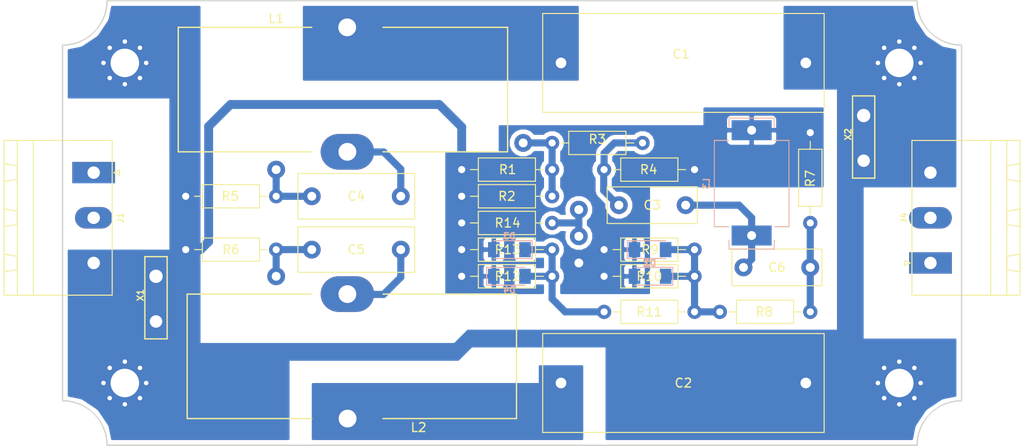
<source format=kicad_pcb>
(kicad_pcb (version 4) (host pcbnew 4.0.7)

  (general
    (links 96)
    (no_connects 9)
    (area 97.924999 73.924999 199.075001 124.075001)
    (thickness 1.6)
    (drawings 12)
    (tracks 49)
    (zones 0)
    (modules 43)
    (nets 15)
  )

  (page A4)
  (layers
    (0 F.Cu signal)
    (31 B.Cu signal)
    (32 B.Adhes user hide)
    (33 F.Adhes user hide)
    (34 B.Paste user hide)
    (35 F.Paste user hide)
    (36 B.SilkS user)
    (37 F.SilkS user)
    (38 B.Mask user)
    (39 F.Mask user hide)
    (40 Dwgs.User user hide)
    (41 Cmts.User user hide)
    (42 Eco1.User user hide)
    (43 Eco2.User user hide)
    (44 Edge.Cuts user)
    (45 Margin user hide)
    (46 B.CrtYd user hide)
    (47 F.CrtYd user hide)
    (48 B.Fab user hide)
    (49 F.Fab user hide)
  )

  (setup
    (last_trace_width 1)
    (user_trace_width 0.4)
    (user_trace_width 0.5)
    (user_trace_width 0.6)
    (user_trace_width 0.8)
    (user_trace_width 1)
    (user_trace_width 1.2)
    (user_trace_width 1.4)
    (user_trace_width 1.6)
    (trace_clearance 0.2)
    (zone_clearance 0.508)
    (zone_45_only no)
    (trace_min 0.2)
    (segment_width 0.2)
    (edge_width 0.2)
    (via_size 0.6)
    (via_drill 0.4)
    (via_min_size 0.4)
    (via_min_drill 0.3)
    (uvia_size 0.3)
    (uvia_drill 0.1)
    (uvias_allowed no)
    (uvia_min_size 0.2)
    (uvia_min_drill 0.1)
    (pcb_text_width 0.3)
    (pcb_text_size 1.5 1.5)
    (mod_edge_width 0.15)
    (mod_text_size 1 1)
    (mod_text_width 0.15)
    (pad_size 4.4 2.2)
    (pad_drill 1.4)
    (pad_to_mask_clearance 0.2)
    (aux_axis_origin 0 0)
    (grid_origin 98 124)
    (visible_elements 7FFFFFFF)
    (pcbplotparams
      (layerselection 0x00020_00000000)
      (usegerberextensions false)
      (excludeedgelayer false)
      (linewidth 0.100000)
      (plotframeref false)
      (viasonmask false)
      (mode 1)
      (useauxorigin false)
      (hpglpennumber 1)
      (hpglpenspeed 20)
      (hpglpendiameter 15)
      (hpglpenoverlay 2)
      (psnegative false)
      (psa4output false)
      (plotreference true)
      (plotvalue true)
      (plotinvisibletext false)
      (padsonsilk false)
      (subtractmaskfromsilk false)
      (outputformat 1)
      (mirror false)
      (drillshape 0)
      (scaleselection 1)
      (outputdirectory ""))
  )

  (net 0 "")
  (net 1 /LINE)
  (net 2 Earth)
  (net 3 /NEU)
  (net 4 "Net-(C3-Pad1)")
  (net 5 "Net-(C3-Pad2)")
  (net 6 "Net-(C4-Pad2)")
  (net 7 "Net-(C5-Pad1)")
  (net 8 "Net-(C6-Pad2)")
  (net 9 "Net-(D1-Pad1)")
  (net 10 "Net-(D3-Pad1)")
  (net 11 "Net-(R1-Pad2)")
  (net 12 "Net-(C4-Pad1)")
  (net 13 "Net-(C5-Pad2)")
  (net 14 /OUT)

  (net_class Default "This is the default net class."
    (clearance 0.2)
    (trace_width 0.25)
    (via_dia 0.6)
    (via_drill 0.4)
    (uvia_dia 0.3)
    (uvia_drill 0.1)
    (add_net /LINE)
    (add_net /NEU)
    (add_net /OUT)
    (add_net Earth)
    (add_net "Net-(C3-Pad1)")
    (add_net "Net-(C3-Pad2)")
    (add_net "Net-(C4-Pad1)")
    (add_net "Net-(C4-Pad2)")
    (add_net "Net-(C5-Pad1)")
    (add_net "Net-(C5-Pad2)")
    (add_net "Net-(C6-Pad2)")
    (add_net "Net-(D1-Pad1)")
    (add_net "Net-(D3-Pad1)")
    (add_net "Net-(R1-Pad2)")
  )

  (module Wire_Pads:SolderWirePad_single_1mmDrill (layer F.Cu) (tedit 5A6892B0) (tstamp 5A7085C3)
    (at 149.75 90 180)
    (fp_text reference REF** (at 1 0 180) (layer F.SilkS) hide
      (effects (font (size 1 1) (thickness 0.15)))
    )
    (fp_text value SolderWirePad_single_1mmDrill (at -1.905 3.175 180) (layer F.Fab)
      (effects (font (size 1 1) (thickness 0.15)))
    )
    (pad 1 thru_hole circle (at 0 0 180) (size 2 2) (drill 1.00076) (layers *.Cu *.Mask)
      (net 11 "Net-(R1-Pad2)"))
  )

  (module Wire_Pads:SolderWirePad_single_1mmDrill (layer F.Cu) (tedit 5A689175) (tstamp 5A70836F)
    (at 156 103.5 180)
    (fp_text reference REF** (at 1 0 180) (layer F.SilkS) hide
      (effects (font (size 1 1) (thickness 0.15)))
    )
    (fp_text value SolderWirePad_single_1mmDrill (at -1.905 3.175 180) (layer F.Fab)
      (effects (font (size 1 1) (thickness 0.15)))
    )
    (pad 1 thru_hole circle (at 0 0 180) (size 2 2) (drill 1.00076) (layers *.Cu *.Mask)
      (net 2 Earth))
  )

  (module Wire_Pads:SolderWirePad_single_1mmDrill (layer F.Cu) (tedit 5A6891ED) (tstamp 5A7082F7)
    (at 156 100.5 180)
    (fp_text reference REF** (at 1 0 180) (layer F.SilkS) hide
      (effects (font (size 1 1) (thickness 0.15)))
    )
    (fp_text value SolderWirePad_single_1mmDrill (at -1.905 3.175 180) (layer F.Fab)
      (effects (font (size 1 1) (thickness 0.15)))
    )
    (pad 1 thru_hole circle (at 0 0 180) (size 2 2) (drill 1.00076) (layers *.Cu *.Mask)
      (net 14 /OUT))
  )

  (module Wire_Pads:SolderWirePad_single_1mmDrill (layer F.Cu) (tedit 5A6891E7) (tstamp 5A7082D8)
    (at 156 97.5 180)
    (fp_text reference REF** (at 1 0 180) (layer F.SilkS) hide
      (effects (font (size 1 1) (thickness 0.15)))
    )
    (fp_text value SolderWirePad_single_1mmDrill (at -1.905 3.175 180) (layer F.Fab)
      (effects (font (size 1 1) (thickness 0.15)))
    )
    (pad 1 thru_hole circle (at 0 0 180) (size 2 2) (drill 1.00076) (layers *.Cu *.Mask)
      (net 14 /OUT))
  )

  (module Resistors_THT:R_Axial_DIN0207_L6.3mm_D2.5mm_P10.16mm_Horizontal (layer F.Cu) (tedit 5A68913F) (tstamp 5A6FBE4D)
    (at 142.84 99)
    (descr "Resistor, Axial_DIN0207 series, Axial, Horizontal, pin pitch=10.16mm, 0.25W = 1/4W, length*diameter=6.3*2.5mm^2, http://cdn-reichelt.de/documents/datenblatt/B400/1_4W%23YAG.pdf")
    (tags "Resistor Axial_DIN0207 series Axial Horizontal pin pitch 10.16mm 0.25W = 1/4W length 6.3mm diameter 2.5mm")
    (path /5A677521)
    (fp_text reference R14 (at 5.16 0) (layer F.SilkS)
      (effects (font (size 1 1) (thickness 0.15)))
    )
    (fp_text value {R} (at 5.08 2.31) (layer F.Fab)
      (effects (font (size 1 1) (thickness 0.15)))
    )
    (fp_line (start 1.93 -1.25) (end 1.93 1.25) (layer F.Fab) (width 0.1))
    (fp_line (start 1.93 1.25) (end 8.23 1.25) (layer F.Fab) (width 0.1))
    (fp_line (start 8.23 1.25) (end 8.23 -1.25) (layer F.Fab) (width 0.1))
    (fp_line (start 8.23 -1.25) (end 1.93 -1.25) (layer F.Fab) (width 0.1))
    (fp_line (start 0 0) (end 1.93 0) (layer F.Fab) (width 0.1))
    (fp_line (start 10.16 0) (end 8.23 0) (layer F.Fab) (width 0.1))
    (fp_line (start 1.87 -1.31) (end 1.87 1.31) (layer F.SilkS) (width 0.12))
    (fp_line (start 1.87 1.31) (end 8.29 1.31) (layer F.SilkS) (width 0.12))
    (fp_line (start 8.29 1.31) (end 8.29 -1.31) (layer F.SilkS) (width 0.12))
    (fp_line (start 8.29 -1.31) (end 1.87 -1.31) (layer F.SilkS) (width 0.12))
    (fp_line (start 0.98 0) (end 1.87 0) (layer F.SilkS) (width 0.12))
    (fp_line (start 9.18 0) (end 8.29 0) (layer F.SilkS) (width 0.12))
    (fp_line (start -1.05 -1.6) (end -1.05 1.6) (layer F.CrtYd) (width 0.05))
    (fp_line (start -1.05 1.6) (end 11.25 1.6) (layer F.CrtYd) (width 0.05))
    (fp_line (start 11.25 1.6) (end 11.25 -1.6) (layer F.CrtYd) (width 0.05))
    (fp_line (start 11.25 -1.6) (end -1.05 -1.6) (layer F.CrtYd) (width 0.05))
    (pad 1 thru_hole circle (at 0 0) (size 1.6 1.6) (drill 0.8) (layers *.Cu *.Mask)
      (net 2 Earth))
    (pad 2 thru_hole circle (at 10.16 0) (size 1.6 1.6) (drill 0.8) (layers *.Cu *.Mask)
      (net 14 /OUT))
    (model ${KISYS3DMOD}/Resistors_THT.3dshapes/R_Axial_DIN0207_L6.3mm_D2.5mm_P10.16mm_Horizontal.wrl
      (at (xyz 0 0 0))
      (scale (xyz 0.393701 0.393701 0.393701))
      (rotate (xyz 0 0 0))
    )
  )

  (module Wire_Pads:SolderWirePad_single_1mmDrill (layer F.Cu) (tedit 5A68808D) (tstamp 5A707910)
    (at 122 105 180)
    (fp_text reference REF** (at 1 0 180) (layer F.SilkS) hide
      (effects (font (size 1 1) (thickness 0.15)))
    )
    (fp_text value SolderWirePad_single_1mmDrill (at -1.905 3.175 180) (layer F.Fab)
      (effects (font (size 1 1) (thickness 0.15)))
    )
    (pad 1 thru_hole circle (at 0 0 180) (size 2 2) (drill 1.00076) (layers *.Cu *.Mask)
      (net 7 "Net-(C5-Pad1)"))
  )

  (module Wire_Pads:SolderWirePad_single_1mmDrill (layer F.Cu) (tedit 5A688077) (tstamp 5A7078FD)
    (at 122 93 180)
    (fp_text reference REF** (at 1 0 180) (layer F.SilkS) hide
      (effects (font (size 1 1) (thickness 0.15)))
    )
    (fp_text value SolderWirePad_single_1mmDrill (at -1.905 3.175 180) (layer F.Fab)
      (effects (font (size 1 1) (thickness 0.15)))
    )
    (pad 1 thru_hole circle (at 0 0 180) (size 2 2) (drill 1.00076) (layers *.Cu *.Mask)
      (net 6 "Net-(C4-Pad2)"))
  )

  (module disc:L_Neosid_Ms85T_mod (layer B.Cu) (tedit 5A683E1D) (tstamp 5A6D1D0E)
    (at 175.413861 94.570173 270)
    (path /5A675BE1)
    (attr smd)
    (fp_text reference L3 (at 0 5.08 270) (layer B.SilkS)
      (effects (font (size 0.7 0.7) (thickness 0.15)) (justify mirror))
    )
    (fp_text value 1mH (at 0 -5.08 270) (layer B.Fab)
      (effects (font (size 0.5 0.5) (thickness 0.075)) (justify mirror))
    )
    (fp_line (start 7.366 2.54) (end 7.366 -2.54) (layer B.SilkS) (width 0.1))
    (fp_line (start 6.35 -2.54) (end 7.366 -2.54) (layer B.SilkS) (width 0.1))
    (fp_line (start 7.366 2.54) (end 6.35 2.54) (layer B.SilkS) (width 0.1))
    (fp_line (start -6.35 2.54) (end -7.366 2.54) (layer B.SilkS) (width 0.1))
    (fp_line (start -7.366 2.54) (end -7.366 -2.54) (layer B.SilkS) (width 0.1))
    (fp_line (start -7.366 -2.54) (end -6.35 -2.54) (layer B.SilkS) (width 0.1))
    (fp_line (start -4.826 -4.191) (end 4.826 -4.191) (layer B.SilkS) (width 0.1))
    (fp_line (start -4.826 4.191) (end 4.826 4.191) (layer B.SilkS) (width 0.1))
    (fp_line (start 6.604 1.778) (end 6.604 -1.778) (layer B.Fab) (width 0.05))
    (fp_line (start 6.604 -1.778) (end 4.572 -1.778) (layer B.Fab) (width 0.05))
    (fp_line (start 6.604 1.778) (end 4.572 1.778) (layer B.Fab) (width 0.05))
    (fp_line (start -4.572 1.778) (end -6.604 1.778) (layer B.Fab) (width 0.05))
    (fp_line (start -6.604 1.778) (end -6.604 -1.778) (layer B.Fab) (width 0.05))
    (fp_line (start -6.604 -1.778) (end -4.572 -1.778) (layer B.Fab) (width 0.05))
    (fp_line (start -4.572 -3.937) (end 4.572 -3.937) (layer B.Fab) (width 0.05))
    (fp_line (start -4.572 3.937) (end 4.572 3.937) (layer B.Fab) (width 0.05))
    (fp_line (start 4.572 3.937) (end 4.572 -3.937) (layer B.Fab) (width 0.05))
    (fp_line (start -4.572 -3.937) (end -4.572 3.937) (layer B.Fab) (width 0.05))
    (fp_line (start 4.851 2.6) (end 4.851 4.2) (layer B.SilkS) (width 0.12))
    (fp_line (start -4.851 4.2) (end -4.851 2.6) (layer B.SilkS) (width 0.12))
    (fp_line (start -4.851 -2.6) (end -4.851 -4.2) (layer B.SilkS) (width 0.12))
    (fp_line (start 4.851 -4.2) (end 4.851 -2.6) (layer B.SilkS) (width 0.12))
    (pad 1 smd rect (at -6 0 270) (size 2.25 4.5) (layers B.Cu B.Paste B.Mask)
      (net 2 Earth) (zone_connect 1))
    (pad 2 smd rect (at 5.842 0 270) (size 2.25 4.5) (layers B.Cu B.Paste B.Mask)
      (net 5 "Net-(C3-Pad2)"))
    (model ${VENTLIB3DPACK}/3624.wrl
      (at (xyz 0 0 0))
      (scale (xyz 1 1 1))
      (rotate (xyz 0 0 0))
    )
  )

  (module Wire_Pads:SolderWirePad_single_1mmDrill (layer F.Cu) (tedit 5A6875D6) (tstamp 5A6E5807)
    (at 175.413861 100.412173 90)
    (fp_text reference REF** (at 1 0 90) (layer F.SilkS) hide
      (effects (font (size 1 1) (thickness 0.15)))
    )
    (fp_text value SolderWirePad_single_1mmDrill (at -1.905 3.175 90) (layer F.Fab)
      (effects (font (size 1 1) (thickness 0.15)))
    )
    (pad 1 thru_hole circle (at 0 0 90) (size 2 2) (drill 1.00076) (layers *.Cu *.Mask)
      (net 5 "Net-(C3-Pad2)"))
  )

  (module Wire_Pads:SolderWirePad_single_1mmDrill (layer F.Cu) (tedit 5A684CAF) (tstamp 5A6E5803)
    (at 175.413861 88.570173 90)
    (fp_text reference REF** (at 0.5 0 90) (layer F.SilkS) hide
      (effects (font (size 1 1) (thickness 0.15)))
    )
    (fp_text value SolderWirePad_single_1mmDrill (at -1.905 3.175 90) (layer F.Fab)
      (effects (font (size 1 1) (thickness 0.15)))
    )
    (pad 1 thru_hole circle (at 0 0 90) (size 2 2) (drill 1.00076) (layers *.Cu *.Mask)
      (net 2 Earth))
  )

  (module Mounting_Holes:MountingHole_3.2mm_M3_Pad_Via (layer F.Cu) (tedit 5A685349) (tstamp 5A6E564C)
    (at 192 117)
    (descr "Mounting Hole 3.2mm, M3")
    (tags "mounting hole 3.2mm m3")
    (attr virtual)
    (fp_text reference REF** (at 0 -4.2) (layer F.SilkS) hide
      (effects (font (size 1 1) (thickness 0.15)))
    )
    (fp_text value MountingHole_3.2mm_M3_Pad_Via (at 0 4.2) (layer F.Fab)
      (effects (font (size 1 1) (thickness 0.15)))
    )
    (fp_text user %R (at 0.3 0) (layer F.Fab)
      (effects (font (size 1 1) (thickness 0.15)))
    )
    (fp_circle (center 0 0) (end 3.2 0) (layer Cmts.User) (width 0.15))
    (fp_circle (center 0 0) (end 3.45 0) (layer F.CrtYd) (width 0.05))
    (pad 1 thru_hole circle (at 0 0) (size 6.4 6.4) (drill 3.2) (layers *.Cu *.Mask)
      (net 2 Earth))
    (pad "" thru_hole circle (at 2.4 0) (size 0.8 0.8) (drill 0.5) (layers *.Cu *.Mask)
      (net 2 Earth))
    (pad "" thru_hole circle (at 1.697056 1.697056) (size 0.8 0.8) (drill 0.5) (layers *.Cu *.Mask)
      (net 2 Earth))
    (pad "" thru_hole circle (at 0 2.4) (size 0.8 0.8) (drill 0.5) (layers *.Cu *.Mask)
      (net 2 Earth))
    (pad "" thru_hole circle (at -1.697056 1.697056) (size 0.8 0.8) (drill 0.5) (layers *.Cu *.Mask)
      (net 2 Earth))
    (pad "" thru_hole circle (at -2.4 0) (size 0.8 0.8) (drill 0.5) (layers *.Cu *.Mask)
      (net 2 Earth))
    (pad "" thru_hole circle (at -1.697056 -1.697056) (size 0.8 0.8) (drill 0.5) (layers *.Cu *.Mask)
      (net 2 Earth))
    (pad "" thru_hole circle (at 0 -2.4) (size 0.8 0.8) (drill 0.5) (layers *.Cu *.Mask)
      (net 2 Earth))
    (pad "" thru_hole circle (at 1.697056 -1.697056) (size 0.8 0.8) (drill 0.5) (layers *.Cu *.Mask)
      (net 2 Earth))
  )

  (module Mounting_Holes:MountingHole_3.2mm_M3_Pad_Via (layer F.Cu) (tedit 5A685349) (tstamp 5A6E5640)
    (at 192 81)
    (descr "Mounting Hole 3.2mm, M3")
    (tags "mounting hole 3.2mm m3")
    (attr virtual)
    (fp_text reference REF** (at 0 -4.2) (layer F.SilkS) hide
      (effects (font (size 1 1) (thickness 0.15)))
    )
    (fp_text value MountingHole_3.2mm_M3_Pad_Via (at 0 4.2) (layer F.Fab)
      (effects (font (size 1 1) (thickness 0.15)))
    )
    (fp_text user %R (at 0.3 0) (layer F.Fab)
      (effects (font (size 1 1) (thickness 0.15)))
    )
    (fp_circle (center 0 0) (end 3.2 0) (layer Cmts.User) (width 0.15))
    (fp_circle (center 0 0) (end 3.45 0) (layer F.CrtYd) (width 0.05))
    (pad 1 thru_hole circle (at 0 0) (size 6.4 6.4) (drill 3.2) (layers *.Cu *.Mask)
      (net 2 Earth))
    (pad "" thru_hole circle (at 2.4 0) (size 0.8 0.8) (drill 0.5) (layers *.Cu *.Mask)
      (net 2 Earth))
    (pad "" thru_hole circle (at 1.697056 1.697056) (size 0.8 0.8) (drill 0.5) (layers *.Cu *.Mask)
      (net 2 Earth))
    (pad "" thru_hole circle (at 0 2.4) (size 0.8 0.8) (drill 0.5) (layers *.Cu *.Mask)
      (net 2 Earth))
    (pad "" thru_hole circle (at -1.697056 1.697056) (size 0.8 0.8) (drill 0.5) (layers *.Cu *.Mask)
      (net 2 Earth))
    (pad "" thru_hole circle (at -2.4 0) (size 0.8 0.8) (drill 0.5) (layers *.Cu *.Mask)
      (net 2 Earth))
    (pad "" thru_hole circle (at -1.697056 -1.697056) (size 0.8 0.8) (drill 0.5) (layers *.Cu *.Mask)
      (net 2 Earth))
    (pad "" thru_hole circle (at 0 -2.4) (size 0.8 0.8) (drill 0.5) (layers *.Cu *.Mask)
      (net 2 Earth))
    (pad "" thru_hole circle (at 1.697056 -1.697056) (size 0.8 0.8) (drill 0.5) (layers *.Cu *.Mask)
      (net 2 Earth))
  )

  (module Mounting_Holes:MountingHole_3.2mm_M3_Pad_Via (layer F.Cu) (tedit 5A685388) (tstamp 5A6E52CC)
    (at 105 117)
    (descr "Mounting Hole 3.2mm, M3")
    (tags "mounting hole 3.2mm m3")
    (attr virtual)
    (fp_text reference REF** (at 0 -4.2) (layer F.SilkS) hide
      (effects (font (size 1 1) (thickness 0.15)))
    )
    (fp_text value MountingHole_3.2mm_M3_Pad_Via (at 0 4.2) (layer F.Fab)
      (effects (font (size 1 1) (thickness 0.15)))
    )
    (fp_text user %R (at 0.3 0) (layer F.Fab)
      (effects (font (size 1 1) (thickness 0.15)))
    )
    (fp_circle (center 0 0) (end 3.2 0) (layer Cmts.User) (width 0.15))
    (fp_circle (center 0 0) (end 3.45 0) (layer F.CrtYd) (width 0.05))
    (pad 1 thru_hole circle (at 0 0) (size 6.4 6.4) (drill 3.2) (layers *.Cu *.Mask)
      (net 2 Earth))
    (pad "" thru_hole circle (at 2.4 0) (size 0.8 0.8) (drill 0.5) (layers *.Cu *.Mask)
      (net 2 Earth))
    (pad "" thru_hole circle (at 1.697056 1.697056) (size 0.8 0.8) (drill 0.5) (layers *.Cu *.Mask)
      (net 2 Earth))
    (pad "" thru_hole circle (at 0 2.4) (size 0.8 0.8) (drill 0.5) (layers *.Cu *.Mask)
      (net 2 Earth))
    (pad "" thru_hole circle (at -1.697056 1.697056) (size 0.8 0.8) (drill 0.5) (layers *.Cu *.Mask)
      (net 2 Earth))
    (pad "" thru_hole circle (at -2.4 0) (size 0.8 0.8) (drill 0.5) (layers *.Cu *.Mask)
      (net 2 Earth))
    (pad "" thru_hole circle (at -1.697056 -1.697056) (size 0.8 0.8) (drill 0.5) (layers *.Cu *.Mask)
      (net 2 Earth))
    (pad "" thru_hole circle (at 0 -2.4) (size 0.8 0.8) (drill 0.5) (layers *.Cu *.Mask)
      (net 2 Earth))
    (pad "" thru_hole circle (at 1.697056 -1.697056) (size 0.8 0.8) (drill 0.5) (layers *.Cu *.Mask)
      (net 2 Earth))
  )

  (module disc:D_MiniMELF (layer B.Cu) (tedit 5A68448E) (tstamp 5A6D1CF2)
    (at 148.2 105)
    (descr "Diode Mini-MELF")
    (tags "Diode Mini-MELF")
    (path /5A677123)
    (attr smd)
    (fp_text reference D4 (at 0 1.524) (layer B.SilkS)
      (effects (font (size 0.7 0.7) (thickness 0.15)) (justify mirror))
    )
    (fp_text value BAS32 (at 0 -1.75) (layer B.Fab)
      (effects (font (size 0.3 0.3) (thickness 0.075)) (justify mirror))
    )
    (fp_text user %R (at 0 1.524) (layer B.Fab)
      (effects (font (size 0.5 0.5) (thickness 0.075)) (justify mirror))
    )
    (fp_line (start 1.75 1) (end -2.55 1) (layer B.SilkS) (width 0.12))
    (fp_line (start -2.55 1) (end -2.55 -1) (layer B.SilkS) (width 0.12))
    (fp_line (start -2.55 -1) (end 1.75 -1) (layer B.SilkS) (width 0.12))
    (fp_line (start 1.65 0.8) (end 1.65 -0.8) (layer B.Fab) (width 0.1))
    (fp_line (start 1.65 -0.8) (end -1.65 -0.8) (layer B.Fab) (width 0.1))
    (fp_line (start -1.65 -0.8) (end -1.65 0.8) (layer B.Fab) (width 0.1))
    (fp_line (start -1.65 0.8) (end 1.65 0.8) (layer B.Fab) (width 0.1))
    (fp_line (start 0.25 0) (end 0.75 0) (layer B.Fab) (width 0.1))
    (fp_line (start 0.25 -0.4) (end -0.35 0) (layer B.Fab) (width 0.1))
    (fp_line (start 0.25 0.4) (end 0.25 -0.4) (layer B.Fab) (width 0.1))
    (fp_line (start -0.35 0) (end 0.25 0.4) (layer B.Fab) (width 0.1))
    (fp_line (start -0.35 0) (end -0.35 -0.55) (layer B.Fab) (width 0.1))
    (fp_line (start -0.35 0) (end -0.35 0.55) (layer B.Fab) (width 0.1))
    (fp_line (start -0.75 0) (end -0.35 0) (layer B.Fab) (width 0.1))
    (fp_line (start -2.65 1.1) (end 2.65 1.1) (layer B.CrtYd) (width 0.05))
    (fp_line (start 2.65 1.1) (end 2.65 -1.1) (layer B.CrtYd) (width 0.05))
    (fp_line (start 2.65 -1.1) (end -2.65 -1.1) (layer B.CrtYd) (width 0.05))
    (fp_line (start -2.65 -1.1) (end -2.65 1.1) (layer B.CrtYd) (width 0.05))
    (pad 1 smd rect (at -1.75 0) (size 1.3 1.7) (layers B.Cu B.Paste B.Mask)
      (net 2 Earth) (zone_connect 1))
    (pad 2 smd rect (at 1.75 0) (size 1.3 1.7) (layers B.Cu B.Paste B.Mask)
      (net 10 "Net-(D3-Pad1)"))
    (model ${VENTLIB3DPACK}/D_MiniMELF.wrl
      (at (xyz 0 0 0))
      (scale (xyz 1 1 1))
      (rotate (xyz 0 0 0))
    )
  )

  (module disc:D_MiniMELF (layer B.Cu) (tedit 5A68496C) (tstamp 5A6D1CA7)
    (at 164 105 180)
    (descr "Diode Mini-MELF")
    (tags "Diode Mini-MELF")
    (path /5A6761C8)
    (attr smd)
    (fp_text reference D1 (at 0 1.524 180) (layer B.SilkS)
      (effects (font (size 0.7 0.7) (thickness 0.15)) (justify mirror))
    )
    (fp_text value BAS32 (at 0 -1.75 180) (layer B.Fab)
      (effects (font (size 0.3 0.3) (thickness 0.075)) (justify mirror))
    )
    (fp_text user %R (at 0 1.524 180) (layer B.Fab)
      (effects (font (size 0.5 0.5) (thickness 0.075)) (justify mirror))
    )
    (fp_line (start 1.75 1) (end -2.55 1) (layer B.SilkS) (width 0.12))
    (fp_line (start -2.55 1) (end -2.55 -1) (layer B.SilkS) (width 0.12))
    (fp_line (start -2.55 -1) (end 1.75 -1) (layer B.SilkS) (width 0.12))
    (fp_line (start 1.65 0.8) (end 1.65 -0.8) (layer B.Fab) (width 0.1))
    (fp_line (start 1.65 -0.8) (end -1.65 -0.8) (layer B.Fab) (width 0.1))
    (fp_line (start -1.65 -0.8) (end -1.65 0.8) (layer B.Fab) (width 0.1))
    (fp_line (start -1.65 0.8) (end 1.65 0.8) (layer B.Fab) (width 0.1))
    (fp_line (start 0.25 0) (end 0.75 0) (layer B.Fab) (width 0.1))
    (fp_line (start 0.25 -0.4) (end -0.35 0) (layer B.Fab) (width 0.1))
    (fp_line (start 0.25 0.4) (end 0.25 -0.4) (layer B.Fab) (width 0.1))
    (fp_line (start -0.35 0) (end 0.25 0.4) (layer B.Fab) (width 0.1))
    (fp_line (start -0.35 0) (end -0.35 -0.55) (layer B.Fab) (width 0.1))
    (fp_line (start -0.35 0) (end -0.35 0.55) (layer B.Fab) (width 0.1))
    (fp_line (start -0.75 0) (end -0.35 0) (layer B.Fab) (width 0.1))
    (fp_line (start -2.65 1.1) (end 2.65 1.1) (layer B.CrtYd) (width 0.05))
    (fp_line (start 2.65 1.1) (end 2.65 -1.1) (layer B.CrtYd) (width 0.05))
    (fp_line (start 2.65 -1.1) (end -2.65 -1.1) (layer B.CrtYd) (width 0.05))
    (fp_line (start -2.65 -1.1) (end -2.65 1.1) (layer B.CrtYd) (width 0.05))
    (pad 1 smd rect (at -1.75 0 180) (size 1.3 1.7) (layers B.Cu B.Paste B.Mask)
      (net 9 "Net-(D1-Pad1)"))
    (pad 2 smd rect (at 1.75 0 180) (size 1.3 1.7) (layers B.Cu B.Paste B.Mask)
      (net 2 Earth) (zone_connect 1))
    (model ${VENTLIB3DPACK}/D_MiniMELF.wrl
      (at (xyz 0 0 0))
      (scale (xyz 1 1 1))
      (rotate (xyz 0 0 0))
    )
  )

  (module disc:D_MiniMELF (layer B.Cu) (tedit 5A684964) (tstamp 5A6D1CC0)
    (at 164 102)
    (descr "Diode Mini-MELF")
    (tags "Diode Mini-MELF")
    (path /5A676233)
    (attr smd)
    (fp_text reference D2 (at 0 1.524) (layer B.SilkS)
      (effects (font (size 0.7 0.7) (thickness 0.15)) (justify mirror))
    )
    (fp_text value BAS32 (at 0 -1.75) (layer B.Fab)
      (effects (font (size 0.3 0.3) (thickness 0.075)) (justify mirror))
    )
    (fp_text user %R (at 0 1.524) (layer B.Fab)
      (effects (font (size 0.5 0.5) (thickness 0.075)) (justify mirror))
    )
    (fp_line (start 1.75 1) (end -2.55 1) (layer B.SilkS) (width 0.12))
    (fp_line (start -2.55 1) (end -2.55 -1) (layer B.SilkS) (width 0.12))
    (fp_line (start -2.55 -1) (end 1.75 -1) (layer B.SilkS) (width 0.12))
    (fp_line (start 1.65 0.8) (end 1.65 -0.8) (layer B.Fab) (width 0.1))
    (fp_line (start 1.65 -0.8) (end -1.65 -0.8) (layer B.Fab) (width 0.1))
    (fp_line (start -1.65 -0.8) (end -1.65 0.8) (layer B.Fab) (width 0.1))
    (fp_line (start -1.65 0.8) (end 1.65 0.8) (layer B.Fab) (width 0.1))
    (fp_line (start 0.25 0) (end 0.75 0) (layer B.Fab) (width 0.1))
    (fp_line (start 0.25 -0.4) (end -0.35 0) (layer B.Fab) (width 0.1))
    (fp_line (start 0.25 0.4) (end 0.25 -0.4) (layer B.Fab) (width 0.1))
    (fp_line (start -0.35 0) (end 0.25 0.4) (layer B.Fab) (width 0.1))
    (fp_line (start -0.35 0) (end -0.35 -0.55) (layer B.Fab) (width 0.1))
    (fp_line (start -0.35 0) (end -0.35 0.55) (layer B.Fab) (width 0.1))
    (fp_line (start -0.75 0) (end -0.35 0) (layer B.Fab) (width 0.1))
    (fp_line (start -2.65 1.1) (end 2.65 1.1) (layer B.CrtYd) (width 0.05))
    (fp_line (start 2.65 1.1) (end 2.65 -1.1) (layer B.CrtYd) (width 0.05))
    (fp_line (start 2.65 -1.1) (end -2.65 -1.1) (layer B.CrtYd) (width 0.05))
    (fp_line (start -2.65 -1.1) (end -2.65 1.1) (layer B.CrtYd) (width 0.05))
    (pad 1 smd rect (at -1.75 0) (size 1.3 1.7) (layers B.Cu B.Paste B.Mask)
      (net 2 Earth) (zone_connect 1))
    (pad 2 smd rect (at 1.75 0) (size 1.3 1.7) (layers B.Cu B.Paste B.Mask)
      (net 9 "Net-(D1-Pad1)"))
    (model ${VENTLIB3DPACK}/D_MiniMELF.wrl
      (at (xyz 0 0 0))
      (scale (xyz 1 1 1))
      (rotate (xyz 0 0 0))
    )
  )

  (module disc:D_MiniMELF (layer B.Cu) (tedit 5A684487) (tstamp 5A6D1CD9)
    (at 148.2 102 180)
    (descr "Diode Mini-MELF")
    (tags "Diode Mini-MELF")
    (path /5A677092)
    (attr smd)
    (fp_text reference D3 (at 0 1.524 180) (layer B.SilkS)
      (effects (font (size 0.7 0.7) (thickness 0.15)) (justify mirror))
    )
    (fp_text value BAS32 (at 0 -1.75 180) (layer B.Fab)
      (effects (font (size 0.3 0.3) (thickness 0.075)) (justify mirror))
    )
    (fp_text user %R (at 0 1.524 180) (layer B.Fab)
      (effects (font (size 0.5 0.5) (thickness 0.075)) (justify mirror))
    )
    (fp_line (start 1.75 1) (end -2.55 1) (layer B.SilkS) (width 0.12))
    (fp_line (start -2.55 1) (end -2.55 -1) (layer B.SilkS) (width 0.12))
    (fp_line (start -2.55 -1) (end 1.75 -1) (layer B.SilkS) (width 0.12))
    (fp_line (start 1.65 0.8) (end 1.65 -0.8) (layer B.Fab) (width 0.1))
    (fp_line (start 1.65 -0.8) (end -1.65 -0.8) (layer B.Fab) (width 0.1))
    (fp_line (start -1.65 -0.8) (end -1.65 0.8) (layer B.Fab) (width 0.1))
    (fp_line (start -1.65 0.8) (end 1.65 0.8) (layer B.Fab) (width 0.1))
    (fp_line (start 0.25 0) (end 0.75 0) (layer B.Fab) (width 0.1))
    (fp_line (start 0.25 -0.4) (end -0.35 0) (layer B.Fab) (width 0.1))
    (fp_line (start 0.25 0.4) (end 0.25 -0.4) (layer B.Fab) (width 0.1))
    (fp_line (start -0.35 0) (end 0.25 0.4) (layer B.Fab) (width 0.1))
    (fp_line (start -0.35 0) (end -0.35 -0.55) (layer B.Fab) (width 0.1))
    (fp_line (start -0.35 0) (end -0.35 0.55) (layer B.Fab) (width 0.1))
    (fp_line (start -0.75 0) (end -0.35 0) (layer B.Fab) (width 0.1))
    (fp_line (start -2.65 1.1) (end 2.65 1.1) (layer B.CrtYd) (width 0.05))
    (fp_line (start 2.65 1.1) (end 2.65 -1.1) (layer B.CrtYd) (width 0.05))
    (fp_line (start 2.65 -1.1) (end -2.65 -1.1) (layer B.CrtYd) (width 0.05))
    (fp_line (start -2.65 -1.1) (end -2.65 1.1) (layer B.CrtYd) (width 0.05))
    (pad 1 smd rect (at -1.75 0 180) (size 1.3 1.7) (layers B.Cu B.Paste B.Mask)
      (net 10 "Net-(D3-Pad1)"))
    (pad 2 smd rect (at 1.75 0 180) (size 1.3 1.7) (layers B.Cu B.Paste B.Mask)
      (net 2 Earth) (zone_connect 1))
    (model ${VENTLIB3DPACK}/D_MiniMELF.wrl
      (at (xyz 0 0 0))
      (scale (xyz 1 1 1))
      (rotate (xyz 0 0 0))
    )
  )

  (module resistors:R_Axial_DIN0207_L6.3mm_D2.5mm_P10.16mm_Horizontal (layer F.Cu) (tedit 5A68942A) (tstamp 5A6D1D68)
    (at 111.84 96)
    (descr "Resistor, Axial_DIN0207 series, Axial, Horizontal, pin pitch=10.16mm, 0.25W = 1/4W, length*diameter=6.3*2.5mm^2, http://cdn-reichelt.de/documents/datenblatt/B400/1_4W%23YAG.pdf")
    (tags "Resistor Axial_DIN0207 series Axial Horizontal pin pitch 10.16mm 0.25W = 1/4W length 6.3mm diameter 2.5mm")
    (path /5A674711)
    (fp_text reference R5 (at 5 0 180) (layer F.SilkS)
      (effects (font (size 1 1) (thickness 0.15)))
    )
    (fp_text value 100k (at 5.08 2.31) (layer F.Fab)
      (effects (font (size 1 1) (thickness 0.15)))
    )
    (fp_line (start 1.93 -1.25) (end 1.93 1.25) (layer F.Fab) (width 0.1))
    (fp_line (start 1.93 1.25) (end 8.23 1.25) (layer F.Fab) (width 0.1))
    (fp_line (start 8.23 1.25) (end 8.23 -1.25) (layer F.Fab) (width 0.1))
    (fp_line (start 8.23 -1.25) (end 1.93 -1.25) (layer F.Fab) (width 0.1))
    (fp_line (start 0 0) (end 1.93 0) (layer F.Fab) (width 0.1))
    (fp_line (start 10.16 0) (end 8.23 0) (layer F.Fab) (width 0.1))
    (fp_line (start 1.87 -1.31) (end 1.87 1.31) (layer F.SilkS) (width 0.12))
    (fp_line (start 1.87 1.31) (end 8.29 1.31) (layer F.SilkS) (width 0.12))
    (fp_line (start 8.29 1.31) (end 8.29 -1.31) (layer F.SilkS) (width 0.12))
    (fp_line (start 8.29 -1.31) (end 1.87 -1.31) (layer F.SilkS) (width 0.12))
    (fp_line (start 0.98 0) (end 1.87 0) (layer F.SilkS) (width 0.12))
    (fp_line (start 9.18 0) (end 8.29 0) (layer F.SilkS) (width 0.12))
    (fp_line (start -1.05 -1.6) (end -1.05 1.6) (layer F.CrtYd) (width 0.05))
    (fp_line (start -1.05 1.6) (end 11.25 1.6) (layer F.CrtYd) (width 0.05))
    (fp_line (start 11.25 1.6) (end 11.25 -1.6) (layer F.CrtYd) (width 0.05))
    (fp_line (start 11.25 -1.6) (end -1.05 -1.6) (layer F.CrtYd) (width 0.05))
    (pad 1 thru_hole circle (at 0 0) (size 1.6 1.6) (drill 0.8) (layers *.Cu *.Mask)
      (net 2 Earth))
    (pad 2 thru_hole circle (at 10.16 0) (size 1.6 1.6) (drill 0.8) (layers *.Cu *.Mask)
      (net 6 "Net-(C4-Pad2)"))
    (model ${KISYS3DMOD}/Resistors_THT.3dshapes/R_Axial_DIN0207_L6.3mm_D2.5mm_P10.16mm_Horizontal.wrl
      (at (xyz 0 0 0))
      (scale (xyz 0.393701 0.393701 0.393701))
      (rotate (xyz 0 0 0))
    )
  )

  (module resistors:R_Axial_DIN0207_L6.3mm_D2.5mm_P10.16mm_Horizontal (layer F.Cu) (tedit 5A689435) (tstamp 5A6D1D7E)
    (at 122 102 180)
    (descr "Resistor, Axial_DIN0207 series, Axial, Horizontal, pin pitch=10.16mm, 0.25W = 1/4W, length*diameter=6.3*2.5mm^2, http://cdn-reichelt.de/documents/datenblatt/B400/1_4W%23YAG.pdf")
    (tags "Resistor Axial_DIN0207 series Axial Horizontal pin pitch 10.16mm 0.25W = 1/4W length 6.3mm diameter 2.5mm")
    (path /5A674A0E)
    (fp_text reference R6 (at 5.08 0 180) (layer F.SilkS)
      (effects (font (size 1 1) (thickness 0.15)))
    )
    (fp_text value 100k (at 5.08 2.31 180) (layer F.Fab)
      (effects (font (size 1 1) (thickness 0.15)))
    )
    (fp_line (start 1.93 -1.25) (end 1.93 1.25) (layer F.Fab) (width 0.1))
    (fp_line (start 1.93 1.25) (end 8.23 1.25) (layer F.Fab) (width 0.1))
    (fp_line (start 8.23 1.25) (end 8.23 -1.25) (layer F.Fab) (width 0.1))
    (fp_line (start 8.23 -1.25) (end 1.93 -1.25) (layer F.Fab) (width 0.1))
    (fp_line (start 0 0) (end 1.93 0) (layer F.Fab) (width 0.1))
    (fp_line (start 10.16 0) (end 8.23 0) (layer F.Fab) (width 0.1))
    (fp_line (start 1.87 -1.31) (end 1.87 1.31) (layer F.SilkS) (width 0.12))
    (fp_line (start 1.87 1.31) (end 8.29 1.31) (layer F.SilkS) (width 0.12))
    (fp_line (start 8.29 1.31) (end 8.29 -1.31) (layer F.SilkS) (width 0.12))
    (fp_line (start 8.29 -1.31) (end 1.87 -1.31) (layer F.SilkS) (width 0.12))
    (fp_line (start 0.98 0) (end 1.87 0) (layer F.SilkS) (width 0.12))
    (fp_line (start 9.18 0) (end 8.29 0) (layer F.SilkS) (width 0.12))
    (fp_line (start -1.05 -1.6) (end -1.05 1.6) (layer F.CrtYd) (width 0.05))
    (fp_line (start -1.05 1.6) (end 11.25 1.6) (layer F.CrtYd) (width 0.05))
    (fp_line (start 11.25 1.6) (end 11.25 -1.6) (layer F.CrtYd) (width 0.05))
    (fp_line (start 11.25 -1.6) (end -1.05 -1.6) (layer F.CrtYd) (width 0.05))
    (pad 1 thru_hole circle (at 0 0 180) (size 1.6 1.6) (drill 0.8) (layers *.Cu *.Mask)
      (net 7 "Net-(C5-Pad1)"))
    (pad 2 thru_hole circle (at 10.16 0 180) (size 1.6 1.6) (drill 0.8) (layers *.Cu *.Mask)
      (net 2 Earth))
    (model ${KISYS3DMOD}/Resistors_THT.3dshapes/R_Axial_DIN0207_L6.3mm_D2.5mm_P10.16mm_Horizontal.wrl
      (at (xyz 0 0 0))
      (scale (xyz 0.393701 0.393701 0.393701))
      (rotate (xyz 0 0 0))
    )
  )

  (module Mounting_Holes:MountingHole_3.2mm_M3_Pad_Via (layer F.Cu) (tedit 5A685349) (tstamp 5A6E52C9)
    (at 105 81)
    (descr "Mounting Hole 3.2mm, M3")
    (tags "mounting hole 3.2mm m3")
    (attr virtual)
    (fp_text reference REF** (at 0 -4.2) (layer F.SilkS) hide
      (effects (font (size 1 1) (thickness 0.15)))
    )
    (fp_text value MountingHole_3.2mm_M3_Pad_Via (at 0 4.2) (layer F.Fab)
      (effects (font (size 1 1) (thickness 0.15)))
    )
    (fp_text user %R (at 0.3 0) (layer F.Fab)
      (effects (font (size 1 1) (thickness 0.15)))
    )
    (fp_circle (center 0 0) (end 3.2 0) (layer Cmts.User) (width 0.15))
    (fp_circle (center 0 0) (end 3.45 0) (layer F.CrtYd) (width 0.05))
    (pad 1 thru_hole circle (at 0 0) (size 6.4 6.4) (drill 3.2) (layers *.Cu *.Mask)
      (net 2 Earth))
    (pad "" thru_hole circle (at 2.4 0) (size 0.8 0.8) (drill 0.5) (layers *.Cu *.Mask)
      (net 2 Earth))
    (pad "" thru_hole circle (at 1.697056 1.697056) (size 0.8 0.8) (drill 0.5) (layers *.Cu *.Mask)
      (net 2 Earth))
    (pad "" thru_hole circle (at 0 2.4) (size 0.8 0.8) (drill 0.5) (layers *.Cu *.Mask)
      (net 2 Earth))
    (pad "" thru_hole circle (at -1.697056 1.697056) (size 0.8 0.8) (drill 0.5) (layers *.Cu *.Mask)
      (net 2 Earth))
    (pad "" thru_hole circle (at -2.4 0) (size 0.8 0.8) (drill 0.5) (layers *.Cu *.Mask)
      (net 2 Earth))
    (pad "" thru_hole circle (at -1.697056 -1.697056) (size 0.8 0.8) (drill 0.5) (layers *.Cu *.Mask)
      (net 2 Earth))
    (pad "" thru_hole circle (at 0 -2.4) (size 0.8 0.8) (drill 0.5) (layers *.Cu *.Mask)
      (net 2 Earth))
    (pad "" thru_hole circle (at 1.697056 -1.697056) (size 0.8 0.8) (drill 0.5) (layers *.Cu *.Mask)
      (net 2 Earth))
  )

  (module Capacitors_THT:C_Rect_L10.0mm_W4.0mm_P7.50mm_MKS4 (layer F.Cu) (tedit 5A6893ED) (tstamp 5A6D1C57)
    (at 160.5 97)
    (descr "C, Rect series, Radial, pin pitch=7.50mm, , length*width=10*4.0mm^2, Capacitor, http://www.wima.com/EN/WIMA_MKS_4.pdf")
    (tags "C Rect series Radial pin pitch 7.50mm  length 10mm width 4.0mm Capacitor")
    (path /5A675809)
    (fp_text reference C3 (at 3.75 0) (layer F.SilkS)
      (effects (font (size 1 1) (thickness 0.15)))
    )
    (fp_text value 0.47uF (at 3.75 3.31) (layer F.Fab)
      (effects (font (size 1 1) (thickness 0.15)))
    )
    (fp_line (start -1.25 -2) (end -1.25 2) (layer F.Fab) (width 0.1))
    (fp_line (start -1.25 2) (end 8.75 2) (layer F.Fab) (width 0.1))
    (fp_line (start 8.75 2) (end 8.75 -2) (layer F.Fab) (width 0.1))
    (fp_line (start 8.75 -2) (end -1.25 -2) (layer F.Fab) (width 0.1))
    (fp_line (start -1.31 -2.06) (end 8.81 -2.06) (layer F.SilkS) (width 0.12))
    (fp_line (start -1.31 2.06) (end 8.81 2.06) (layer F.SilkS) (width 0.12))
    (fp_line (start -1.31 -2.06) (end -1.31 2.06) (layer F.SilkS) (width 0.12))
    (fp_line (start 8.81 -2.06) (end 8.81 2.06) (layer F.SilkS) (width 0.12))
    (fp_line (start -1.6 -2.35) (end -1.6 2.35) (layer F.CrtYd) (width 0.05))
    (fp_line (start -1.6 2.35) (end 9.1 2.35) (layer F.CrtYd) (width 0.05))
    (fp_line (start 9.1 2.35) (end 9.1 -2.35) (layer F.CrtYd) (width 0.05))
    (fp_line (start 9.1 -2.35) (end -1.6 -2.35) (layer F.CrtYd) (width 0.05))
    (fp_text user %R (at 3.75 0) (layer F.Fab)
      (effects (font (size 1 1) (thickness 0.15)))
    )
    (pad 1 thru_hole circle (at 0 0) (size 2 2) (drill 1) (layers *.Cu *.Mask)
      (net 4 "Net-(C3-Pad1)"))
    (pad 2 thru_hole circle (at 7.5 0) (size 2 2) (drill 1) (layers *.Cu *.Mask)
      (net 5 "Net-(C3-Pad2)"))
    (model ${KISYS3DMOD}/Capacitors_THT.3dshapes/C_Rect_L10.0mm_W4.0mm_P7.50mm_MKS4.wrl
      (at (xyz 0 0 0))
      (scale (xyz 0.4 0.4 0.4))
      (rotate (xyz 0 0 0))
    )
  )

  (module Capacitors_THT:C_Rect_L10.0mm_W4.0mm_P7.50mm_MKS4 (layer F.Cu) (tedit 597BC7C2) (tstamp 5A6D1C8E)
    (at 174.5 104)
    (descr "C, Rect series, Radial, pin pitch=7.50mm, , length*width=10*4.0mm^2, Capacitor, http://www.wima.com/EN/WIMA_MKS_4.pdf")
    (tags "C Rect series Radial pin pitch 7.50mm  length 10mm width 4.0mm Capacitor")
    (path /5A6759C1)
    (fp_text reference C6 (at 3.75 0) (layer F.SilkS)
      (effects (font (size 1 1) (thickness 0.15)))
    )
    (fp_text value 0.47uF (at 3.75 3.31) (layer F.Fab)
      (effects (font (size 1 1) (thickness 0.15)))
    )
    (fp_line (start -1.25 -2) (end -1.25 2) (layer F.Fab) (width 0.1))
    (fp_line (start -1.25 2) (end 8.75 2) (layer F.Fab) (width 0.1))
    (fp_line (start 8.75 2) (end 8.75 -2) (layer F.Fab) (width 0.1))
    (fp_line (start 8.75 -2) (end -1.25 -2) (layer F.Fab) (width 0.1))
    (fp_line (start -1.31 -2.06) (end 8.81 -2.06) (layer F.SilkS) (width 0.12))
    (fp_line (start -1.31 2.06) (end 8.81 2.06) (layer F.SilkS) (width 0.12))
    (fp_line (start -1.31 -2.06) (end -1.31 2.06) (layer F.SilkS) (width 0.12))
    (fp_line (start 8.81 -2.06) (end 8.81 2.06) (layer F.SilkS) (width 0.12))
    (fp_line (start -1.6 -2.35) (end -1.6 2.35) (layer F.CrtYd) (width 0.05))
    (fp_line (start -1.6 2.35) (end 9.1 2.35) (layer F.CrtYd) (width 0.05))
    (fp_line (start 9.1 2.35) (end 9.1 -2.35) (layer F.CrtYd) (width 0.05))
    (fp_line (start 9.1 -2.35) (end -1.6 -2.35) (layer F.CrtYd) (width 0.05))
    (fp_text user %R (at 3.75 0) (layer F.Fab)
      (effects (font (size 1 1) (thickness 0.15)))
    )
    (pad 1 thru_hole circle (at 0 0) (size 2 2) (drill 1) (layers *.Cu *.Mask)
      (net 5 "Net-(C3-Pad2)"))
    (pad 2 thru_hole circle (at 7.5 0) (size 2 2) (drill 1) (layers *.Cu *.Mask)
      (net 8 "Net-(C6-Pad2)"))
    (model ${KISYS3DMOD}/Capacitors_THT.3dshapes/C_Rect_L10.0mm_W4.0mm_P7.50mm_MKS4.wrl
      (at (xyz 0 0 0))
      (scale (xyz 0.4 0.4 0.4))
      (rotate (xyz 0 0 0))
    )
  )

  (module mech:PhoenixContact_MSTBA-G_03x5.08mm_Angled (layer F.Cu) (tedit 5A689A7D) (tstamp 5A6E57E0)
    (at 101.5 93.34 270)
    (descr "Generic Phoenix Contact connector footprint for series: MSTBA-G; number of pins: 03; pin pitch: 5.08mm; Angled || order number: 1757255 12A || order number: 1923872 16A (HC)")
    (tags "phoenix_contact connector MSTBA_01x03_G_5.08mm")
    (path /5A6AC538)
    (fp_text reference J1 (at 5.08 -3 270) (layer F.SilkS)
      (effects (font (size 0.7 0.7) (thickness 0.15)))
    )
    (fp_text value MSTBA_3C_5.08_Angled (at 5.08 11 270) (layer F.Fab)
      (effects (font (size 0.3 0.3) (thickness 0.075)))
    )
    (fp_line (start -3.62 -2.08) (end -3.62 10.08) (layer F.SilkS) (width 0.12))
    (fp_line (start -3.62 10.08) (end 13.78 10.08) (layer F.SilkS) (width 0.12))
    (fp_line (start 13.78 10.08) (end 13.78 -2.08) (layer F.SilkS) (width 0.12))
    (fp_line (start 13.78 -2.08) (end -3.62 -2.08) (layer F.SilkS) (width 0.12))
    (fp_line (start -3.54 -2) (end -3.54 10) (layer F.Fab) (width 0.1))
    (fp_line (start -3.54 10) (end 13.7 10) (layer F.Fab) (width 0.1))
    (fp_line (start 13.7 10) (end 13.7 -2) (layer F.Fab) (width 0.1))
    (fp_line (start 13.7 -2) (end -3.54 -2) (layer F.Fab) (width 0.1))
    (fp_line (start -3.62 8.58) (end -3.62 6.78) (layer F.SilkS) (width 0.12))
    (fp_line (start -3.62 6.78) (end 13.78 6.78) (layer F.SilkS) (width 0.12))
    (fp_line (start 13.78 6.78) (end 13.78 8.58) (layer F.SilkS) (width 0.12))
    (fp_line (start 13.78 8.58) (end -3.62 8.58) (layer F.SilkS) (width 0.12))
    (fp_line (start -1 10.08) (end 1 10.08) (layer F.SilkS) (width 0.12))
    (fp_line (start 1 10.08) (end 0.75 8.58) (layer F.SilkS) (width 0.12))
    (fp_line (start 0.75 8.58) (end -0.75 8.58) (layer F.SilkS) (width 0.12))
    (fp_line (start -0.75 8.58) (end -1 10.08) (layer F.SilkS) (width 0.12))
    (fp_line (start 4.08 10.08) (end 6.08 10.08) (layer F.SilkS) (width 0.12))
    (fp_line (start 6.08 10.08) (end 5.83 8.58) (layer F.SilkS) (width 0.12))
    (fp_line (start 5.83 8.58) (end 4.33 8.58) (layer F.SilkS) (width 0.12))
    (fp_line (start 4.33 8.58) (end 4.08 10.08) (layer F.SilkS) (width 0.12))
    (fp_line (start 9.16 10.08) (end 11.16 10.08) (layer F.SilkS) (width 0.12))
    (fp_line (start 11.16 10.08) (end 10.91 8.58) (layer F.SilkS) (width 0.12))
    (fp_line (start 10.91 8.58) (end 9.41 8.58) (layer F.SilkS) (width 0.12))
    (fp_line (start 9.41 8.58) (end 9.16 10.08) (layer F.SilkS) (width 0.12))
    (fp_line (start -4.04 -2.5) (end -4.04 10.5) (layer F.CrtYd) (width 0.05))
    (fp_line (start -4.04 10.5) (end 14.2 10.5) (layer F.CrtYd) (width 0.05))
    (fp_line (start 14.2 10.5) (end 14.2 -2.5) (layer F.CrtYd) (width 0.05))
    (fp_line (start 14.2 -2.5) (end -4.04 -2.5) (layer F.CrtYd) (width 0.05))
    (fp_line (start 0.3 -2.88) (end 0 -2.28) (layer F.SilkS) (width 0.12))
    (fp_line (start 0 -2.28) (end -0.3 -2.88) (layer F.SilkS) (width 0.12))
    (fp_line (start -0.3 -2.88) (end 0.3 -2.88) (layer F.SilkS) (width 0.12))
    (fp_line (start 0.95 -2) (end 0 -0.5) (layer F.Fab) (width 0.1))
    (fp_line (start 0 -0.5) (end -0.95 -2) (layer F.Fab) (width 0.1))
    (fp_text user %R (at 5.08 3 270) (layer F.Fab)
      (effects (font (size 0.5 0.5) (thickness 0.075)))
    )
    (pad 1 thru_hole rect (at 0 0 270) (size 2.4 4.8) (drill 1.4) (layers *.Cu *.Mask)
      (net 1 /LINE))
    (pad 2 thru_hole oval (at 5.08 0 270) (size 2.4 4.2) (drill 1.4) (layers *.Cu *.Mask)
      (net 3 /NEU))
    (pad 3 thru_hole oval (at 10.16 0 270) (size 2.4 4.8) (drill 1.4) (layers *.Cu *.Mask)
      (net 2 Earth))
    (model ${VENTLIB3DPACK}/PhoenixContact_MSTBA-G_03x5.08mm_Angled.wrl
      (at (xyz 0 0 0))
      (scale (xyz 1 1 1))
      (rotate (xyz 0 0 0))
    )
  )

  (module mech:PhoenixContact_MSTBA-G_03x5.08mm_Angled (layer F.Cu) (tedit 5A689AA4) (tstamp 5A6E57E7)
    (at 195.5 103.5 90)
    (descr "Generic Phoenix Contact connector footprint for series: MSTBA-G; number of pins: 03; pin pitch: 5.08mm; Angled || order number: 1757255 12A || order number: 1923872 16A (HC)")
    (tags "phoenix_contact connector MSTBA_01x03_G_5.08mm")
    (path /5A6ACA00)
    (fp_text reference J4 (at 5.08 -3 90) (layer F.SilkS)
      (effects (font (size 0.7 0.7) (thickness 0.15)))
    )
    (fp_text value MSTBA_3C_5.08_Angled (at 5.08 11 90) (layer F.Fab)
      (effects (font (size 0.3 0.3) (thickness 0.075)))
    )
    (fp_line (start -3.62 -2.08) (end -3.62 10.08) (layer F.SilkS) (width 0.12))
    (fp_line (start -3.62 10.08) (end 13.78 10.08) (layer F.SilkS) (width 0.12))
    (fp_line (start 13.78 10.08) (end 13.78 -2.08) (layer F.SilkS) (width 0.12))
    (fp_line (start 13.78 -2.08) (end -3.62 -2.08) (layer F.SilkS) (width 0.12))
    (fp_line (start -3.54 -2) (end -3.54 10) (layer F.Fab) (width 0.1))
    (fp_line (start -3.54 10) (end 13.7 10) (layer F.Fab) (width 0.1))
    (fp_line (start 13.7 10) (end 13.7 -2) (layer F.Fab) (width 0.1))
    (fp_line (start 13.7 -2) (end -3.54 -2) (layer F.Fab) (width 0.1))
    (fp_line (start -3.62 8.58) (end -3.62 6.78) (layer F.SilkS) (width 0.12))
    (fp_line (start -3.62 6.78) (end 13.78 6.78) (layer F.SilkS) (width 0.12))
    (fp_line (start 13.78 6.78) (end 13.78 8.58) (layer F.SilkS) (width 0.12))
    (fp_line (start 13.78 8.58) (end -3.62 8.58) (layer F.SilkS) (width 0.12))
    (fp_line (start -1 10.08) (end 1 10.08) (layer F.SilkS) (width 0.12))
    (fp_line (start 1 10.08) (end 0.75 8.58) (layer F.SilkS) (width 0.12))
    (fp_line (start 0.75 8.58) (end -0.75 8.58) (layer F.SilkS) (width 0.12))
    (fp_line (start -0.75 8.58) (end -1 10.08) (layer F.SilkS) (width 0.12))
    (fp_line (start 4.08 10.08) (end 6.08 10.08) (layer F.SilkS) (width 0.12))
    (fp_line (start 6.08 10.08) (end 5.83 8.58) (layer F.SilkS) (width 0.12))
    (fp_line (start 5.83 8.58) (end 4.33 8.58) (layer F.SilkS) (width 0.12))
    (fp_line (start 4.33 8.58) (end 4.08 10.08) (layer F.SilkS) (width 0.12))
    (fp_line (start 9.16 10.08) (end 11.16 10.08) (layer F.SilkS) (width 0.12))
    (fp_line (start 11.16 10.08) (end 10.91 8.58) (layer F.SilkS) (width 0.12))
    (fp_line (start 10.91 8.58) (end 9.41 8.58) (layer F.SilkS) (width 0.12))
    (fp_line (start 9.41 8.58) (end 9.16 10.08) (layer F.SilkS) (width 0.12))
    (fp_line (start -4.04 -2.5) (end -4.04 10.5) (layer F.CrtYd) (width 0.05))
    (fp_line (start -4.04 10.5) (end 14.2 10.5) (layer F.CrtYd) (width 0.05))
    (fp_line (start 14.2 10.5) (end 14.2 -2.5) (layer F.CrtYd) (width 0.05))
    (fp_line (start 14.2 -2.5) (end -4.04 -2.5) (layer F.CrtYd) (width 0.05))
    (fp_line (start 0.3 -2.88) (end 0 -2.28) (layer F.SilkS) (width 0.12))
    (fp_line (start 0 -2.28) (end -0.3 -2.88) (layer F.SilkS) (width 0.12))
    (fp_line (start -0.3 -2.88) (end 0.3 -2.88) (layer F.SilkS) (width 0.12))
    (fp_line (start 0.95 -2) (end 0 -0.5) (layer F.Fab) (width 0.1))
    (fp_line (start 0 -0.5) (end -0.95 -2) (layer F.Fab) (width 0.1))
    (fp_text user %R (at 5.08 3 90) (layer F.Fab)
      (effects (font (size 0.5 0.5) (thickness 0.075)))
    )
    (pad 1 thru_hole rect (at 0 0 90) (size 2.4 4.8) (drill 1.4) (layers *.Cu *.Mask)
      (net 12 "Net-(C4-Pad1)"))
    (pad 2 thru_hole oval (at 5.08 0 90) (size 2.4 4.8) (drill 1.4) (layers *.Cu *.Mask)
      (net 13 "Net-(C5-Pad2)"))
    (pad 3 thru_hole oval (at 10.16 0 90) (size 2.4 4.8) (drill 1.4) (layers *.Cu *.Mask)
      (net 2 Earth))
    (model ${VENTLIB3DPACK}/PhoenixContact_MSTBA-G_03x5.08mm_Angled.wrl
      (at (xyz 0 0 0))
      (scale (xyz 1 1 1))
      (rotate (xyz 0 0 0))
    )
  )

  (module Capacitors_THT:C_Rect_L31.5mm_W11.0mm_P27.50mm_MKS4 (layer F.Cu) (tedit 597BC7C2) (tstamp 5A707187)
    (at 154 81)
    (descr "C, Rect series, Radial, pin pitch=27.50mm, , length*width=31.5*11mm^2, Capacitor, http://www.wima.com/EN/WIMA_MKS_4.pdf")
    (tags "C Rect series Radial pin pitch 27.50mm  length 31.5mm width 11mm Capacitor")
    (path /5A6744FC)
    (fp_text reference C1 (at 13.5 -1) (layer F.SilkS)
      (effects (font (size 1 1) (thickness 0.15)))
    )
    (fp_text value 1.0uF (at 13.75 6.81) (layer F.Fab)
      (effects (font (size 1 1) (thickness 0.15)))
    )
    (fp_line (start -2 -5.5) (end -2 5.5) (layer F.Fab) (width 0.1))
    (fp_line (start -2 5.5) (end 29.5 5.5) (layer F.Fab) (width 0.1))
    (fp_line (start 29.5 5.5) (end 29.5 -5.5) (layer F.Fab) (width 0.1))
    (fp_line (start 29.5 -5.5) (end -2 -5.5) (layer F.Fab) (width 0.1))
    (fp_line (start -2.06 -5.56) (end 29.56 -5.56) (layer F.SilkS) (width 0.12))
    (fp_line (start -2.06 5.56) (end 29.56 5.56) (layer F.SilkS) (width 0.12))
    (fp_line (start -2.06 -5.56) (end -2.06 5.56) (layer F.SilkS) (width 0.12))
    (fp_line (start 29.56 -5.56) (end 29.56 5.56) (layer F.SilkS) (width 0.12))
    (fp_line (start -2.35 -5.85) (end -2.35 5.85) (layer F.CrtYd) (width 0.05))
    (fp_line (start -2.35 5.85) (end 29.85 5.85) (layer F.CrtYd) (width 0.05))
    (fp_line (start 29.85 5.85) (end 29.85 -5.85) (layer F.CrtYd) (width 0.05))
    (fp_line (start 29.85 -5.85) (end -2.35 -5.85) (layer F.CrtYd) (width 0.05))
    (fp_text user %R (at 13.75 0) (layer F.Fab)
      (effects (font (size 1 1) (thickness 0.15)))
    )
    (pad 1 thru_hole circle (at 0 0) (size 2.4 2.4) (drill 1.2) (layers *.Cu *.Mask)
      (net 1 /LINE))
    (pad 2 thru_hole circle (at 27.5 0) (size 2.4 2.4) (drill 1.2) (layers *.Cu *.Mask)
      (net 2 Earth))
    (model ${KISYS3DMOD}/Capacitors_THT.3dshapes/C_Rect_L31.5mm_W11.0mm_P27.50mm_MKS4.wrl
      (at (xyz 0 0 0))
      (scale (xyz 0.4 0.4 0.4))
      (rotate (xyz 0 0 0))
    )
  )

  (module Capacitors_THT:C_Rect_L31.5mm_W11.0mm_P27.50mm_MKS4 (layer F.Cu) (tedit 5A687EA0) (tstamp 5A707199)
    (at 181.5 117 180)
    (descr "C, Rect series, Radial, pin pitch=27.50mm, , length*width=31.5*11mm^2, Capacitor, http://www.wima.com/EN/WIMA_MKS_4.pdf")
    (tags "C Rect series Radial pin pitch 27.50mm  length 31.5mm width 11mm Capacitor")
    (path /5A6749C3)
    (fp_text reference C2 (at 13.75 0 180) (layer F.SilkS)
      (effects (font (size 1 1) (thickness 0.15)))
    )
    (fp_text value 1.0uF (at 13.75 6.81 180) (layer F.Fab)
      (effects (font (size 1 1) (thickness 0.15)))
    )
    (fp_line (start -2 -5.5) (end -2 5.5) (layer F.Fab) (width 0.1))
    (fp_line (start -2 5.5) (end 29.5 5.5) (layer F.Fab) (width 0.1))
    (fp_line (start 29.5 5.5) (end 29.5 -5.5) (layer F.Fab) (width 0.1))
    (fp_line (start 29.5 -5.5) (end -2 -5.5) (layer F.Fab) (width 0.1))
    (fp_line (start -2.06 -5.56) (end 29.56 -5.56) (layer F.SilkS) (width 0.12))
    (fp_line (start -2.06 5.56) (end 29.56 5.56) (layer F.SilkS) (width 0.12))
    (fp_line (start -2.06 -5.56) (end -2.06 5.56) (layer F.SilkS) (width 0.12))
    (fp_line (start 29.56 -5.56) (end 29.56 5.56) (layer F.SilkS) (width 0.12))
    (fp_line (start -2.35 -5.85) (end -2.35 5.85) (layer F.CrtYd) (width 0.05))
    (fp_line (start -2.35 5.85) (end 29.85 5.85) (layer F.CrtYd) (width 0.05))
    (fp_line (start 29.85 5.85) (end 29.85 -5.85) (layer F.CrtYd) (width 0.05))
    (fp_line (start 29.85 -5.85) (end -2.35 -5.85) (layer F.CrtYd) (width 0.05))
    (fp_text user %R (at 13.75 0 180) (layer F.Fab)
      (effects (font (size 1 1) (thickness 0.15)))
    )
    (pad 1 thru_hole circle (at 0 0 180) (size 2.4 2.4) (drill 1.2) (layers *.Cu *.Mask)
      (net 2 Earth))
    (pad 2 thru_hole circle (at 27.5 0 180) (size 2.4 2.4) (drill 1.2) (layers *.Cu *.Mask)
      (net 3 /NEU))
    (model ${KISYS3DMOD}/Capacitors_THT.3dshapes/C_Rect_L31.5mm_W11.0mm_P27.50mm_MKS4.wrl
      (at (xyz 0 0 0))
      (scale (xyz 0.4 0.4 0.4))
      (rotate (xyz 0 0 0))
    )
  )

  (module Resistors_THT:R_Axial_DIN0207_L6.3mm_D2.5mm_P10.16mm_Horizontal (layer F.Cu) (tedit 5A6893E3) (tstamp 5A6FBD9D)
    (at 142.84 93)
    (descr "Resistor, Axial_DIN0207 series, Axial, Horizontal, pin pitch=10.16mm, 0.25W = 1/4W, length*diameter=6.3*2.5mm^2, http://cdn-reichelt.de/documents/datenblatt/B400/1_4W%23YAG.pdf")
    (tags "Resistor Axial_DIN0207 series Axial Horizontal pin pitch 10.16mm 0.25W = 1/4W length 6.3mm diameter 2.5mm")
    (path /5A67517D)
    (fp_text reference R1 (at 5.16 0) (layer F.SilkS)
      (effects (font (size 1 1) (thickness 0.15)))
    )
    (fp_text value 620 (at 5.08 2.31) (layer F.Fab)
      (effects (font (size 1 1) (thickness 0.15)))
    )
    (fp_line (start 1.93 -1.25) (end 1.93 1.25) (layer F.Fab) (width 0.1))
    (fp_line (start 1.93 1.25) (end 8.23 1.25) (layer F.Fab) (width 0.1))
    (fp_line (start 8.23 1.25) (end 8.23 -1.25) (layer F.Fab) (width 0.1))
    (fp_line (start 8.23 -1.25) (end 1.93 -1.25) (layer F.Fab) (width 0.1))
    (fp_line (start 0 0) (end 1.93 0) (layer F.Fab) (width 0.1))
    (fp_line (start 10.16 0) (end 8.23 0) (layer F.Fab) (width 0.1))
    (fp_line (start 1.87 -1.31) (end 1.87 1.31) (layer F.SilkS) (width 0.12))
    (fp_line (start 1.87 1.31) (end 8.29 1.31) (layer F.SilkS) (width 0.12))
    (fp_line (start 8.29 1.31) (end 8.29 -1.31) (layer F.SilkS) (width 0.12))
    (fp_line (start 8.29 -1.31) (end 1.87 -1.31) (layer F.SilkS) (width 0.12))
    (fp_line (start 0.98 0) (end 1.87 0) (layer F.SilkS) (width 0.12))
    (fp_line (start 9.18 0) (end 8.29 0) (layer F.SilkS) (width 0.12))
    (fp_line (start -1.05 -1.6) (end -1.05 1.6) (layer F.CrtYd) (width 0.05))
    (fp_line (start -1.05 1.6) (end 11.25 1.6) (layer F.CrtYd) (width 0.05))
    (fp_line (start 11.25 1.6) (end 11.25 -1.6) (layer F.CrtYd) (width 0.05))
    (fp_line (start 11.25 -1.6) (end -1.05 -1.6) (layer F.CrtYd) (width 0.05))
    (pad 1 thru_hole circle (at 0 0) (size 1.6 1.6) (drill 0.8) (layers *.Cu *.Mask)
      (net 2 Earth))
    (pad 2 thru_hole circle (at 10.16 0) (size 1.6 1.6) (drill 0.8) (layers *.Cu *.Mask)
      (net 11 "Net-(R1-Pad2)"))
    (model ${KISYS3DMOD}/Resistors_THT.3dshapes/R_Axial_DIN0207_L6.3mm_D2.5mm_P10.16mm_Horizontal.wrl
      (at (xyz 0 0 0))
      (scale (xyz 0.393701 0.393701 0.393701))
      (rotate (xyz 0 0 0))
    )
  )

  (module Resistors_THT:R_Axial_DIN0207_L6.3mm_D2.5mm_P10.16mm_Horizontal (layer F.Cu) (tedit 5874F706) (tstamp 5A6FBDAD)
    (at 142.84 96)
    (descr "Resistor, Axial_DIN0207 series, Axial, Horizontal, pin pitch=10.16mm, 0.25W = 1/4W, length*diameter=6.3*2.5mm^2, http://cdn-reichelt.de/documents/datenblatt/B400/1_4W%23YAG.pdf")
    (tags "Resistor Axial_DIN0207 series Axial Horizontal pin pitch 10.16mm 0.25W = 1/4W length 6.3mm diameter 2.5mm")
    (path /5A6751F8)
    (fp_text reference R2 (at 5.08 0) (layer F.SilkS)
      (effects (font (size 1 1) (thickness 0.15)))
    )
    (fp_text value 560 (at 5.08 2.31) (layer F.Fab)
      (effects (font (size 1 1) (thickness 0.15)))
    )
    (fp_line (start 1.93 -1.25) (end 1.93 1.25) (layer F.Fab) (width 0.1))
    (fp_line (start 1.93 1.25) (end 8.23 1.25) (layer F.Fab) (width 0.1))
    (fp_line (start 8.23 1.25) (end 8.23 -1.25) (layer F.Fab) (width 0.1))
    (fp_line (start 8.23 -1.25) (end 1.93 -1.25) (layer F.Fab) (width 0.1))
    (fp_line (start 0 0) (end 1.93 0) (layer F.Fab) (width 0.1))
    (fp_line (start 10.16 0) (end 8.23 0) (layer F.Fab) (width 0.1))
    (fp_line (start 1.87 -1.31) (end 1.87 1.31) (layer F.SilkS) (width 0.12))
    (fp_line (start 1.87 1.31) (end 8.29 1.31) (layer F.SilkS) (width 0.12))
    (fp_line (start 8.29 1.31) (end 8.29 -1.31) (layer F.SilkS) (width 0.12))
    (fp_line (start 8.29 -1.31) (end 1.87 -1.31) (layer F.SilkS) (width 0.12))
    (fp_line (start 0.98 0) (end 1.87 0) (layer F.SilkS) (width 0.12))
    (fp_line (start 9.18 0) (end 8.29 0) (layer F.SilkS) (width 0.12))
    (fp_line (start -1.05 -1.6) (end -1.05 1.6) (layer F.CrtYd) (width 0.05))
    (fp_line (start -1.05 1.6) (end 11.25 1.6) (layer F.CrtYd) (width 0.05))
    (fp_line (start 11.25 1.6) (end 11.25 -1.6) (layer F.CrtYd) (width 0.05))
    (fp_line (start 11.25 -1.6) (end -1.05 -1.6) (layer F.CrtYd) (width 0.05))
    (pad 1 thru_hole circle (at 0 0) (size 1.6 1.6) (drill 0.8) (layers *.Cu *.Mask)
      (net 2 Earth))
    (pad 2 thru_hole oval (at 10.16 0) (size 1.6 1.6) (drill 0.8) (layers *.Cu *.Mask)
      (net 11 "Net-(R1-Pad2)"))
    (model ${KISYS3DMOD}/Resistors_THT.3dshapes/R_Axial_DIN0207_L6.3mm_D2.5mm_P10.16mm_Horizontal.wrl
      (at (xyz 0 0 0))
      (scale (xyz 0.393701 0.393701 0.393701))
      (rotate (xyz 0 0 0))
    )
  )

  (module Resistors_THT:R_Axial_DIN0207_L6.3mm_D2.5mm_P10.16mm_Horizontal (layer F.Cu) (tedit 5A68941B) (tstamp 5A6FBE2D)
    (at 142.84 105)
    (descr "Resistor, Axial_DIN0207 series, Axial, Horizontal, pin pitch=10.16mm, 0.25W = 1/4W, length*diameter=6.3*2.5mm^2, http://cdn-reichelt.de/documents/datenblatt/B400/1_4W%23YAG.pdf")
    (tags "Resistor Axial_DIN0207 series Axial Horizontal pin pitch 10.16mm 0.25W = 1/4W length 6.3mm diameter 2.5mm")
    (path /5A676D50)
    (fp_text reference R12 (at 5.16 0) (layer F.SilkS)
      (effects (font (size 1 1) (thickness 0.15)))
    )
    (fp_text value 820 (at 5.08 2.31) (layer F.Fab)
      (effects (font (size 1 1) (thickness 0.15)))
    )
    (fp_line (start 1.93 -1.25) (end 1.93 1.25) (layer F.Fab) (width 0.1))
    (fp_line (start 1.93 1.25) (end 8.23 1.25) (layer F.Fab) (width 0.1))
    (fp_line (start 8.23 1.25) (end 8.23 -1.25) (layer F.Fab) (width 0.1))
    (fp_line (start 8.23 -1.25) (end 1.93 -1.25) (layer F.Fab) (width 0.1))
    (fp_line (start 0 0) (end 1.93 0) (layer F.Fab) (width 0.1))
    (fp_line (start 10.16 0) (end 8.23 0) (layer F.Fab) (width 0.1))
    (fp_line (start 1.87 -1.31) (end 1.87 1.31) (layer F.SilkS) (width 0.12))
    (fp_line (start 1.87 1.31) (end 8.29 1.31) (layer F.SilkS) (width 0.12))
    (fp_line (start 8.29 1.31) (end 8.29 -1.31) (layer F.SilkS) (width 0.12))
    (fp_line (start 8.29 -1.31) (end 1.87 -1.31) (layer F.SilkS) (width 0.12))
    (fp_line (start 0.98 0) (end 1.87 0) (layer F.SilkS) (width 0.12))
    (fp_line (start 9.18 0) (end 8.29 0) (layer F.SilkS) (width 0.12))
    (fp_line (start -1.05 -1.6) (end -1.05 1.6) (layer F.CrtYd) (width 0.05))
    (fp_line (start -1.05 1.6) (end 11.25 1.6) (layer F.CrtYd) (width 0.05))
    (fp_line (start 11.25 1.6) (end 11.25 -1.6) (layer F.CrtYd) (width 0.05))
    (fp_line (start 11.25 -1.6) (end -1.05 -1.6) (layer F.CrtYd) (width 0.05))
    (pad 1 thru_hole circle (at 0 0) (size 1.6 1.6) (drill 0.8) (layers *.Cu *.Mask)
      (net 2 Earth))
    (pad 2 thru_hole circle (at 10.16 0) (size 1.6 1.6) (drill 0.8) (layers *.Cu *.Mask)
      (net 10 "Net-(D3-Pad1)"))
    (model ${KISYS3DMOD}/Resistors_THT.3dshapes/R_Axial_DIN0207_L6.3mm_D2.5mm_P10.16mm_Horizontal.wrl
      (at (xyz 0 0 0))
      (scale (xyz 0.393701 0.393701 0.393701))
      (rotate (xyz 0 0 0))
    )
  )

  (module Resistors_THT:R_Axial_DIN0207_L6.3mm_D2.5mm_P10.16mm_Horizontal (layer F.Cu) (tedit 5A689422) (tstamp 5A6FBE3D)
    (at 142.84 102)
    (descr "Resistor, Axial_DIN0207 series, Axial, Horizontal, pin pitch=10.16mm, 0.25W = 1/4W, length*diameter=6.3*2.5mm^2, http://cdn-reichelt.de/documents/datenblatt/B400/1_4W%23YAG.pdf")
    (tags "Resistor Axial_DIN0207 series Axial Horizontal pin pitch 10.16mm 0.25W = 1/4W length 6.3mm diameter 2.5mm")
    (path /5A676DD5)
    (fp_text reference R13 (at 5.16 0) (layer F.SilkS)
      (effects (font (size 1 1) (thickness 0.15)))
    )
    (fp_text value 910 (at 5.08 2.31) (layer F.Fab)
      (effects (font (size 1 1) (thickness 0.15)))
    )
    (fp_line (start 1.93 -1.25) (end 1.93 1.25) (layer F.Fab) (width 0.1))
    (fp_line (start 1.93 1.25) (end 8.23 1.25) (layer F.Fab) (width 0.1))
    (fp_line (start 8.23 1.25) (end 8.23 -1.25) (layer F.Fab) (width 0.1))
    (fp_line (start 8.23 -1.25) (end 1.93 -1.25) (layer F.Fab) (width 0.1))
    (fp_line (start 0 0) (end 1.93 0) (layer F.Fab) (width 0.1))
    (fp_line (start 10.16 0) (end 8.23 0) (layer F.Fab) (width 0.1))
    (fp_line (start 1.87 -1.31) (end 1.87 1.31) (layer F.SilkS) (width 0.12))
    (fp_line (start 1.87 1.31) (end 8.29 1.31) (layer F.SilkS) (width 0.12))
    (fp_line (start 8.29 1.31) (end 8.29 -1.31) (layer F.SilkS) (width 0.12))
    (fp_line (start 8.29 -1.31) (end 1.87 -1.31) (layer F.SilkS) (width 0.12))
    (fp_line (start 0.98 0) (end 1.87 0) (layer F.SilkS) (width 0.12))
    (fp_line (start 9.18 0) (end 8.29 0) (layer F.SilkS) (width 0.12))
    (fp_line (start -1.05 -1.6) (end -1.05 1.6) (layer F.CrtYd) (width 0.05))
    (fp_line (start -1.05 1.6) (end 11.25 1.6) (layer F.CrtYd) (width 0.05))
    (fp_line (start 11.25 1.6) (end 11.25 -1.6) (layer F.CrtYd) (width 0.05))
    (fp_line (start 11.25 -1.6) (end -1.05 -1.6) (layer F.CrtYd) (width 0.05))
    (pad 1 thru_hole circle (at 0 0) (size 1.6 1.6) (drill 0.8) (layers *.Cu *.Mask)
      (net 2 Earth))
    (pad 2 thru_hole circle (at 10.16 0) (size 1.6 1.6) (drill 0.8) (layers *.Cu *.Mask)
      (net 10 "Net-(D3-Pad1)"))
    (model ${KISYS3DMOD}/Resistors_THT.3dshapes/R_Axial_DIN0207_L6.3mm_D2.5mm_P10.16mm_Horizontal.wrl
      (at (xyz 0 0 0))
      (scale (xyz 0.393701 0.393701 0.393701))
      (rotate (xyz 0 0 0))
    )
  )

  (module Resistors_THT:R_Axial_DIN0207_L6.3mm_D2.5mm_P10.16mm_Horizontal (layer F.Cu) (tedit 5A6893DE) (tstamp 5A6FBDCD)
    (at 169 93 180)
    (descr "Resistor, Axial_DIN0207 series, Axial, Horizontal, pin pitch=10.16mm, 0.25W = 1/4W, length*diameter=6.3*2.5mm^2, http://cdn-reichelt.de/documents/datenblatt/B400/1_4W%23YAG.pdf")
    (tags "Resistor Axial_DIN0207 series Axial Horizontal pin pitch 10.16mm 0.25W = 1/4W length 6.3mm diameter 2.5mm")
    (path /5A675704)
    (fp_text reference R4 (at 5.16 0 180) (layer F.SilkS)
      (effects (font (size 1 1) (thickness 0.15)))
    )
    (fp_text value 220 (at 5.08 2.31 180) (layer F.Fab)
      (effects (font (size 1 1) (thickness 0.15)))
    )
    (fp_line (start 1.93 -1.25) (end 1.93 1.25) (layer F.Fab) (width 0.1))
    (fp_line (start 1.93 1.25) (end 8.23 1.25) (layer F.Fab) (width 0.1))
    (fp_line (start 8.23 1.25) (end 8.23 -1.25) (layer F.Fab) (width 0.1))
    (fp_line (start 8.23 -1.25) (end 1.93 -1.25) (layer F.Fab) (width 0.1))
    (fp_line (start 0 0) (end 1.93 0) (layer F.Fab) (width 0.1))
    (fp_line (start 10.16 0) (end 8.23 0) (layer F.Fab) (width 0.1))
    (fp_line (start 1.87 -1.31) (end 1.87 1.31) (layer F.SilkS) (width 0.12))
    (fp_line (start 1.87 1.31) (end 8.29 1.31) (layer F.SilkS) (width 0.12))
    (fp_line (start 8.29 1.31) (end 8.29 -1.31) (layer F.SilkS) (width 0.12))
    (fp_line (start 8.29 -1.31) (end 1.87 -1.31) (layer F.SilkS) (width 0.12))
    (fp_line (start 0.98 0) (end 1.87 0) (layer F.SilkS) (width 0.12))
    (fp_line (start 9.18 0) (end 8.29 0) (layer F.SilkS) (width 0.12))
    (fp_line (start -1.05 -1.6) (end -1.05 1.6) (layer F.CrtYd) (width 0.05))
    (fp_line (start -1.05 1.6) (end 11.25 1.6) (layer F.CrtYd) (width 0.05))
    (fp_line (start 11.25 1.6) (end 11.25 -1.6) (layer F.CrtYd) (width 0.05))
    (fp_line (start 11.25 -1.6) (end -1.05 -1.6) (layer F.CrtYd) (width 0.05))
    (pad 1 thru_hole circle (at 0 0 180) (size 1.6 1.6) (drill 0.8) (layers *.Cu *.Mask)
      (net 2 Earth))
    (pad 2 thru_hole circle (at 10.16 0 180) (size 1.6 1.6) (drill 0.8) (layers *.Cu *.Mask)
      (net 4 "Net-(C3-Pad1)"))
    (model ${KISYS3DMOD}/Resistors_THT.3dshapes/R_Axial_DIN0207_L6.3mm_D2.5mm_P10.16mm_Horizontal.wrl
      (at (xyz 0 0 0))
      (scale (xyz 0.393701 0.393701 0.393701))
      (rotate (xyz 0 0 0))
    )
  )

  (module Resistors_THT:R_Axial_DIN0207_L6.3mm_D2.5mm_P10.16mm_Horizontal (layer F.Cu) (tedit 5A6893CF) (tstamp 5A6FBDBD)
    (at 153 90)
    (descr "Resistor, Axial_DIN0207 series, Axial, Horizontal, pin pitch=10.16mm, 0.25W = 1/4W, length*diameter=6.3*2.5mm^2, http://cdn-reichelt.de/documents/datenblatt/B400/1_4W%23YAG.pdf")
    (tags "Resistor Axial_DIN0207 series Axial Horizontal pin pitch 10.16mm 0.25W = 1/4W length 6.3mm diameter 2.5mm")
    (path /5A67562B)
    (fp_text reference R3 (at 5.08 -0.412173) (layer F.SilkS)
      (effects (font (size 1 1) (thickness 0.15)))
    )
    (fp_text value 18 (at 5.08 2.31) (layer F.Fab)
      (effects (font (size 1 1) (thickness 0.15)))
    )
    (fp_line (start 1.93 -1.25) (end 1.93 1.25) (layer F.Fab) (width 0.1))
    (fp_line (start 1.93 1.25) (end 8.23 1.25) (layer F.Fab) (width 0.1))
    (fp_line (start 8.23 1.25) (end 8.23 -1.25) (layer F.Fab) (width 0.1))
    (fp_line (start 8.23 -1.25) (end 1.93 -1.25) (layer F.Fab) (width 0.1))
    (fp_line (start 0 0) (end 1.93 0) (layer F.Fab) (width 0.1))
    (fp_line (start 10.16 0) (end 8.23 0) (layer F.Fab) (width 0.1))
    (fp_line (start 1.87 -1.31) (end 1.87 1.31) (layer F.SilkS) (width 0.12))
    (fp_line (start 1.87 1.31) (end 8.29 1.31) (layer F.SilkS) (width 0.12))
    (fp_line (start 8.29 1.31) (end 8.29 -1.31) (layer F.SilkS) (width 0.12))
    (fp_line (start 8.29 -1.31) (end 1.87 -1.31) (layer F.SilkS) (width 0.12))
    (fp_line (start 0.98 0) (end 1.87 0) (layer F.SilkS) (width 0.12))
    (fp_line (start 9.18 0) (end 8.29 0) (layer F.SilkS) (width 0.12))
    (fp_line (start -1.05 -1.6) (end -1.05 1.6) (layer F.CrtYd) (width 0.05))
    (fp_line (start -1.05 1.6) (end 11.25 1.6) (layer F.CrtYd) (width 0.05))
    (fp_line (start 11.25 1.6) (end 11.25 -1.6) (layer F.CrtYd) (width 0.05))
    (fp_line (start 11.25 -1.6) (end -1.05 -1.6) (layer F.CrtYd) (width 0.05))
    (pad 1 thru_hole circle (at 0 0) (size 1.6 1.6) (drill 0.8) (layers *.Cu *.Mask)
      (net 11 "Net-(R1-Pad2)"))
    (pad 2 thru_hole circle (at 10.16 0) (size 1.6 1.6) (drill 0.8) (layers *.Cu *.Mask)
      (net 4 "Net-(C3-Pad1)"))
    (model ${KISYS3DMOD}/Resistors_THT.3dshapes/R_Axial_DIN0207_L6.3mm_D2.5mm_P10.16mm_Horizontal.wrl
      (at (xyz 0 0 0))
      (scale (xyz 0.393701 0.393701 0.393701))
      (rotate (xyz 0 0 0))
    )
  )

  (module Resistors_THT:R_Axial_DIN0207_L6.3mm_D2.5mm_P10.16mm_Horizontal (layer F.Cu) (tedit 5A689408) (tstamp 5A6FBE1D)
    (at 169 109 180)
    (descr "Resistor, Axial_DIN0207 series, Axial, Horizontal, pin pitch=10.16mm, 0.25W = 1/4W, length*diameter=6.3*2.5mm^2, http://cdn-reichelt.de/documents/datenblatt/B400/1_4W%23YAG.pdf")
    (tags "Resistor Axial_DIN0207 series Axial Horizontal pin pitch 10.16mm 0.25W = 1/4W length 6.3mm diameter 2.5mm")
    (path /5A676A1F)
    (fp_text reference R11 (at 5.08 0 180) (layer F.SilkS)
      (effects (font (size 1 1) (thickness 0.15)))
    )
    (fp_text value 12 (at 5.08 2.31 180) (layer F.Fab)
      (effects (font (size 1 1) (thickness 0.15)))
    )
    (fp_line (start 1.93 -1.25) (end 1.93 1.25) (layer F.Fab) (width 0.1))
    (fp_line (start 1.93 1.25) (end 8.23 1.25) (layer F.Fab) (width 0.1))
    (fp_line (start 8.23 1.25) (end 8.23 -1.25) (layer F.Fab) (width 0.1))
    (fp_line (start 8.23 -1.25) (end 1.93 -1.25) (layer F.Fab) (width 0.1))
    (fp_line (start 0 0) (end 1.93 0) (layer F.Fab) (width 0.1))
    (fp_line (start 10.16 0) (end 8.23 0) (layer F.Fab) (width 0.1))
    (fp_line (start 1.87 -1.31) (end 1.87 1.31) (layer F.SilkS) (width 0.12))
    (fp_line (start 1.87 1.31) (end 8.29 1.31) (layer F.SilkS) (width 0.12))
    (fp_line (start 8.29 1.31) (end 8.29 -1.31) (layer F.SilkS) (width 0.12))
    (fp_line (start 8.29 -1.31) (end 1.87 -1.31) (layer F.SilkS) (width 0.12))
    (fp_line (start 0.98 0) (end 1.87 0) (layer F.SilkS) (width 0.12))
    (fp_line (start 9.18 0) (end 8.29 0) (layer F.SilkS) (width 0.12))
    (fp_line (start -1.05 -1.6) (end -1.05 1.6) (layer F.CrtYd) (width 0.05))
    (fp_line (start -1.05 1.6) (end 11.25 1.6) (layer F.CrtYd) (width 0.05))
    (fp_line (start 11.25 1.6) (end 11.25 -1.6) (layer F.CrtYd) (width 0.05))
    (fp_line (start 11.25 -1.6) (end -1.05 -1.6) (layer F.CrtYd) (width 0.05))
    (pad 1 thru_hole circle (at 0 0 180) (size 1.6 1.6) (drill 0.8) (layers *.Cu *.Mask)
      (net 9 "Net-(D1-Pad1)"))
    (pad 2 thru_hole circle (at 10.16 0 180) (size 1.6 1.6) (drill 0.8) (layers *.Cu *.Mask)
      (net 10 "Net-(D3-Pad1)"))
    (model ${KISYS3DMOD}/Resistors_THT.3dshapes/R_Axial_DIN0207_L6.3mm_D2.5mm_P10.16mm_Horizontal.wrl
      (at (xyz 0 0 0))
      (scale (xyz 0.393701 0.393701 0.393701))
      (rotate (xyz 0 0 0))
    )
  )

  (module Resistors_THT:R_Axial_DIN0207_L6.3mm_D2.5mm_P10.16mm_Horizontal (layer F.Cu) (tedit 5A689400) (tstamp 5A6FBDED)
    (at 182 109 180)
    (descr "Resistor, Axial_DIN0207 series, Axial, Horizontal, pin pitch=10.16mm, 0.25W = 1/4W, length*diameter=6.3*2.5mm^2, http://cdn-reichelt.de/documents/datenblatt/B400/1_4W%23YAG.pdf")
    (tags "Resistor Axial_DIN0207 series Axial Horizontal pin pitch 10.16mm 0.25W = 1/4W length 6.3mm diameter 2.5mm")
    (path /5A675F99)
    (fp_text reference R8 (at 5.16 0 180) (layer F.SilkS)
      (effects (font (size 1 1) (thickness 0.15)))
    )
    (fp_text value 30 (at 5.08 2.31 180) (layer F.Fab)
      (effects (font (size 1 1) (thickness 0.15)))
    )
    (fp_line (start 1.93 -1.25) (end 1.93 1.25) (layer F.Fab) (width 0.1))
    (fp_line (start 1.93 1.25) (end 8.23 1.25) (layer F.Fab) (width 0.1))
    (fp_line (start 8.23 1.25) (end 8.23 -1.25) (layer F.Fab) (width 0.1))
    (fp_line (start 8.23 -1.25) (end 1.93 -1.25) (layer F.Fab) (width 0.1))
    (fp_line (start 0 0) (end 1.93 0) (layer F.Fab) (width 0.1))
    (fp_line (start 10.16 0) (end 8.23 0) (layer F.Fab) (width 0.1))
    (fp_line (start 1.87 -1.31) (end 1.87 1.31) (layer F.SilkS) (width 0.12))
    (fp_line (start 1.87 1.31) (end 8.29 1.31) (layer F.SilkS) (width 0.12))
    (fp_line (start 8.29 1.31) (end 8.29 -1.31) (layer F.SilkS) (width 0.12))
    (fp_line (start 8.29 -1.31) (end 1.87 -1.31) (layer F.SilkS) (width 0.12))
    (fp_line (start 0.98 0) (end 1.87 0) (layer F.SilkS) (width 0.12))
    (fp_line (start 9.18 0) (end 8.29 0) (layer F.SilkS) (width 0.12))
    (fp_line (start -1.05 -1.6) (end -1.05 1.6) (layer F.CrtYd) (width 0.05))
    (fp_line (start -1.05 1.6) (end 11.25 1.6) (layer F.CrtYd) (width 0.05))
    (fp_line (start 11.25 1.6) (end 11.25 -1.6) (layer F.CrtYd) (width 0.05))
    (fp_line (start 11.25 -1.6) (end -1.05 -1.6) (layer F.CrtYd) (width 0.05))
    (pad 1 thru_hole circle (at 0 0 180) (size 1.6 1.6) (drill 0.8) (layers *.Cu *.Mask)
      (net 8 "Net-(C6-Pad2)"))
    (pad 2 thru_hole circle (at 10.16 0 180) (size 1.6 1.6) (drill 0.8) (layers *.Cu *.Mask)
      (net 9 "Net-(D1-Pad1)"))
    (model ${KISYS3DMOD}/Resistors_THT.3dshapes/R_Axial_DIN0207_L6.3mm_D2.5mm_P10.16mm_Horizontal.wrl
      (at (xyz 0 0 0))
      (scale (xyz 0.393701 0.393701 0.393701))
      (rotate (xyz 0 0 0))
    )
  )

  (module Resistors_THT:R_Axial_DIN0207_L6.3mm_D2.5mm_P10.16mm_Horizontal (layer F.Cu) (tedit 5A6893F6) (tstamp 5A6FBDDD)
    (at 182 88.84 270)
    (descr "Resistor, Axial_DIN0207 series, Axial, Horizontal, pin pitch=10.16mm, 0.25W = 1/4W, length*diameter=6.3*2.5mm^2, http://cdn-reichelt.de/documents/datenblatt/B400/1_4W%23YAG.pdf")
    (tags "Resistor Axial_DIN0207 series Axial Horizontal pin pitch 10.16mm 0.25W = 1/4W length 6.3mm diameter 2.5mm")
    (path /5A675E8C)
    (fp_text reference R7 (at 5.16 0 270) (layer F.SilkS)
      (effects (font (size 1 1) (thickness 0.15)))
    )
    (fp_text value 220 (at 5.08 2.31 270) (layer F.Fab)
      (effects (font (size 1 1) (thickness 0.15)))
    )
    (fp_line (start 1.93 -1.25) (end 1.93 1.25) (layer F.Fab) (width 0.1))
    (fp_line (start 1.93 1.25) (end 8.23 1.25) (layer F.Fab) (width 0.1))
    (fp_line (start 8.23 1.25) (end 8.23 -1.25) (layer F.Fab) (width 0.1))
    (fp_line (start 8.23 -1.25) (end 1.93 -1.25) (layer F.Fab) (width 0.1))
    (fp_line (start 0 0) (end 1.93 0) (layer F.Fab) (width 0.1))
    (fp_line (start 10.16 0) (end 8.23 0) (layer F.Fab) (width 0.1))
    (fp_line (start 1.87 -1.31) (end 1.87 1.31) (layer F.SilkS) (width 0.12))
    (fp_line (start 1.87 1.31) (end 8.29 1.31) (layer F.SilkS) (width 0.12))
    (fp_line (start 8.29 1.31) (end 8.29 -1.31) (layer F.SilkS) (width 0.12))
    (fp_line (start 8.29 -1.31) (end 1.87 -1.31) (layer F.SilkS) (width 0.12))
    (fp_line (start 0.98 0) (end 1.87 0) (layer F.SilkS) (width 0.12))
    (fp_line (start 9.18 0) (end 8.29 0) (layer F.SilkS) (width 0.12))
    (fp_line (start -1.05 -1.6) (end -1.05 1.6) (layer F.CrtYd) (width 0.05))
    (fp_line (start -1.05 1.6) (end 11.25 1.6) (layer F.CrtYd) (width 0.05))
    (fp_line (start 11.25 1.6) (end 11.25 -1.6) (layer F.CrtYd) (width 0.05))
    (fp_line (start 11.25 -1.6) (end -1.05 -1.6) (layer F.CrtYd) (width 0.05))
    (pad 1 thru_hole circle (at 0 0 270) (size 1.6 1.6) (drill 0.8) (layers *.Cu *.Mask)
      (net 2 Earth))
    (pad 2 thru_hole circle (at 10.16 0 270) (size 1.6 1.6) (drill 0.8) (layers *.Cu *.Mask)
      (net 8 "Net-(C6-Pad2)"))
    (model ${KISYS3DMOD}/Resistors_THT.3dshapes/R_Axial_DIN0207_L6.3mm_D2.5mm_P10.16mm_Horizontal.wrl
      (at (xyz 0 0 0))
      (scale (xyz 0.393701 0.393701 0.393701))
      (rotate (xyz 0 0 0))
    )
  )

  (module Resistors_THT:R_Axial_DIN0207_L6.3mm_D2.5mm_P10.16mm_Horizontal (layer F.Cu) (tedit 5A689414) (tstamp 5A6FBDFD)
    (at 158.84 102)
    (descr "Resistor, Axial_DIN0207 series, Axial, Horizontal, pin pitch=10.16mm, 0.25W = 1/4W, length*diameter=6.3*2.5mm^2, http://cdn-reichelt.de/documents/datenblatt/B400/1_4W%23YAG.pdf")
    (tags "Resistor Axial_DIN0207 series Axial Horizontal pin pitch 10.16mm 0.25W = 1/4W length 6.3mm diameter 2.5mm")
    (path /5A676710)
    (fp_text reference R9 (at 5.16 0) (layer F.SilkS)
      (effects (font (size 1 1) (thickness 0.15)))
    )
    (fp_text value 240 (at 5.08 2.31) (layer F.Fab)
      (effects (font (size 1 1) (thickness 0.15)))
    )
    (fp_line (start 1.93 -1.25) (end 1.93 1.25) (layer F.Fab) (width 0.1))
    (fp_line (start 1.93 1.25) (end 8.23 1.25) (layer F.Fab) (width 0.1))
    (fp_line (start 8.23 1.25) (end 8.23 -1.25) (layer F.Fab) (width 0.1))
    (fp_line (start 8.23 -1.25) (end 1.93 -1.25) (layer F.Fab) (width 0.1))
    (fp_line (start 0 0) (end 1.93 0) (layer F.Fab) (width 0.1))
    (fp_line (start 10.16 0) (end 8.23 0) (layer F.Fab) (width 0.1))
    (fp_line (start 1.87 -1.31) (end 1.87 1.31) (layer F.SilkS) (width 0.12))
    (fp_line (start 1.87 1.31) (end 8.29 1.31) (layer F.SilkS) (width 0.12))
    (fp_line (start 8.29 1.31) (end 8.29 -1.31) (layer F.SilkS) (width 0.12))
    (fp_line (start 8.29 -1.31) (end 1.87 -1.31) (layer F.SilkS) (width 0.12))
    (fp_line (start 0.98 0) (end 1.87 0) (layer F.SilkS) (width 0.12))
    (fp_line (start 9.18 0) (end 8.29 0) (layer F.SilkS) (width 0.12))
    (fp_line (start -1.05 -1.6) (end -1.05 1.6) (layer F.CrtYd) (width 0.05))
    (fp_line (start -1.05 1.6) (end 11.25 1.6) (layer F.CrtYd) (width 0.05))
    (fp_line (start 11.25 1.6) (end 11.25 -1.6) (layer F.CrtYd) (width 0.05))
    (fp_line (start 11.25 -1.6) (end -1.05 -1.6) (layer F.CrtYd) (width 0.05))
    (pad 1 thru_hole circle (at 0 0) (size 1.6 1.6) (drill 0.8) (layers *.Cu *.Mask)
      (net 2 Earth))
    (pad 2 thru_hole circle (at 10.16 0) (size 1.6 1.6) (drill 0.8) (layers *.Cu *.Mask)
      (net 9 "Net-(D1-Pad1)"))
    (model ${KISYS3DMOD}/Resistors_THT.3dshapes/R_Axial_DIN0207_L6.3mm_D2.5mm_P10.16mm_Horizontal.wrl
      (at (xyz 0 0 0))
      (scale (xyz 0.393701 0.393701 0.393701))
      (rotate (xyz 0 0 0))
    )
  )

  (module Resistors_THT:R_Axial_DIN0207_L6.3mm_D2.5mm_P10.16mm_Horizontal (layer F.Cu) (tedit 5A68940F) (tstamp 5A6FBE0D)
    (at 158.84 105)
    (descr "Resistor, Axial_DIN0207 series, Axial, Horizontal, pin pitch=10.16mm, 0.25W = 1/4W, length*diameter=6.3*2.5mm^2, http://cdn-reichelt.de/documents/datenblatt/B400/1_4W%23YAG.pdf")
    (tags "Resistor Axial_DIN0207 series Axial Horizontal pin pitch 10.16mm 0.25W = 1/4W length 6.3mm diameter 2.5mm")
    (path /5A67679A)
    (fp_text reference R10 (at 5.08 0) (layer F.SilkS)
      (effects (font (size 1 1) (thickness 0.15)))
    )
    (fp_text value 270 (at 5.08 2.31) (layer F.Fab)
      (effects (font (size 1 1) (thickness 0.15)))
    )
    (fp_line (start 1.93 -1.25) (end 1.93 1.25) (layer F.Fab) (width 0.1))
    (fp_line (start 1.93 1.25) (end 8.23 1.25) (layer F.Fab) (width 0.1))
    (fp_line (start 8.23 1.25) (end 8.23 -1.25) (layer F.Fab) (width 0.1))
    (fp_line (start 8.23 -1.25) (end 1.93 -1.25) (layer F.Fab) (width 0.1))
    (fp_line (start 0 0) (end 1.93 0) (layer F.Fab) (width 0.1))
    (fp_line (start 10.16 0) (end 8.23 0) (layer F.Fab) (width 0.1))
    (fp_line (start 1.87 -1.31) (end 1.87 1.31) (layer F.SilkS) (width 0.12))
    (fp_line (start 1.87 1.31) (end 8.29 1.31) (layer F.SilkS) (width 0.12))
    (fp_line (start 8.29 1.31) (end 8.29 -1.31) (layer F.SilkS) (width 0.12))
    (fp_line (start 8.29 -1.31) (end 1.87 -1.31) (layer F.SilkS) (width 0.12))
    (fp_line (start 0.98 0) (end 1.87 0) (layer F.SilkS) (width 0.12))
    (fp_line (start 9.18 0) (end 8.29 0) (layer F.SilkS) (width 0.12))
    (fp_line (start -1.05 -1.6) (end -1.05 1.6) (layer F.CrtYd) (width 0.05))
    (fp_line (start -1.05 1.6) (end 11.25 1.6) (layer F.CrtYd) (width 0.05))
    (fp_line (start 11.25 1.6) (end 11.25 -1.6) (layer F.CrtYd) (width 0.05))
    (fp_line (start 11.25 -1.6) (end -1.05 -1.6) (layer F.CrtYd) (width 0.05))
    (pad 1 thru_hole circle (at 0 0) (size 1.6 1.6) (drill 0.8) (layers *.Cu *.Mask)
      (net 2 Earth))
    (pad 2 thru_hole circle (at 10.16 0) (size 1.6 1.6) (drill 0.8) (layers *.Cu *.Mask)
      (net 9 "Net-(D1-Pad1)"))
    (model ${KISYS3DMOD}/Resistors_THT.3dshapes/R_Axial_DIN0207_L6.3mm_D2.5mm_P10.16mm_Horizontal.wrl
      (at (xyz 0 0 0))
      (scale (xyz 0.393701 0.393701 0.393701))
      (rotate (xyz 0 0 0))
    )
  )

  (module Capacitors_THT:C_Rect_L13.0mm_W5.0mm_P10.00mm_FKS3_FKP3_MKS4 (layer F.Cu) (tedit 597BC7C2) (tstamp 5A6D1C7D)
    (at 126 102)
    (descr "C, Rect series, Radial, pin pitch=10.00mm, , length*width=13*5mm^2, Capacitor, http://www.wima.com/EN/WIMA_FKS_3.pdf, http://www.wima.com/EN/WIMA_MKS_4.pdf")
    (tags "C Rect series Radial pin pitch 10.00mm  length 13mm width 5mm Capacitor")
    (path /5A674A52)
    (fp_text reference C5 (at 5 0) (layer F.SilkS)
      (effects (font (size 1 1) (thickness 0.15)))
    )
    (fp_text value 0.1uF (at 5 3.81) (layer F.Fab)
      (effects (font (size 1 1) (thickness 0.15)))
    )
    (fp_line (start -1.5 -2.5) (end -1.5 2.5) (layer F.Fab) (width 0.1))
    (fp_line (start -1.5 2.5) (end 11.5 2.5) (layer F.Fab) (width 0.1))
    (fp_line (start 11.5 2.5) (end 11.5 -2.5) (layer F.Fab) (width 0.1))
    (fp_line (start 11.5 -2.5) (end -1.5 -2.5) (layer F.Fab) (width 0.1))
    (fp_line (start -1.56 -2.56) (end 11.56 -2.56) (layer F.SilkS) (width 0.12))
    (fp_line (start -1.56 2.56) (end 11.56 2.56) (layer F.SilkS) (width 0.12))
    (fp_line (start -1.56 -2.56) (end -1.56 2.56) (layer F.SilkS) (width 0.12))
    (fp_line (start 11.56 -2.56) (end 11.56 2.56) (layer F.SilkS) (width 0.12))
    (fp_line (start -1.85 -2.85) (end -1.85 2.85) (layer F.CrtYd) (width 0.05))
    (fp_line (start -1.85 2.85) (end 11.85 2.85) (layer F.CrtYd) (width 0.05))
    (fp_line (start 11.85 2.85) (end 11.85 -2.85) (layer F.CrtYd) (width 0.05))
    (fp_line (start 11.85 -2.85) (end -1.85 -2.85) (layer F.CrtYd) (width 0.05))
    (fp_text user %R (at 5 0) (layer F.Fab)
      (effects (font (size 1 1) (thickness 0.15)))
    )
    (pad 1 thru_hole circle (at 0 0) (size 2 2) (drill 1) (layers *.Cu *.Mask)
      (net 7 "Net-(C5-Pad1)"))
    (pad 2 thru_hole circle (at 10 0) (size 2 2) (drill 1) (layers *.Cu *.Mask)
      (net 13 "Net-(C5-Pad2)"))
    (model ${KISYS3DMOD}/Capacitors_THT.3dshapes/C_Rect_L13.0mm_W5.0mm_P10.00mm_FKS3_FKP3_MKS4.wrl
      (at (xyz 0 0 0))
      (scale (xyz 0.4 0.4 0.4))
      (rotate (xyz 0 0 0))
    )
  )

  (module Capacitors_THT:C_Rect_L13.0mm_W5.0mm_P10.00mm_FKS3_FKP3_MKS4 (layer F.Cu) (tedit 597BC7C2) (tstamp 5A6D1C6A)
    (at 136 96 180)
    (descr "C, Rect series, Radial, pin pitch=10.00mm, , length*width=13*5mm^2, Capacitor, http://www.wima.com/EN/WIMA_FKS_3.pdf, http://www.wima.com/EN/WIMA_MKS_4.pdf")
    (tags "C Rect series Radial pin pitch 10.00mm  length 13mm width 5mm Capacitor")
    (path /5A6746AD)
    (fp_text reference C4 (at 5 0 180) (layer F.SilkS)
      (effects (font (size 1 1) (thickness 0.15)))
    )
    (fp_text value 0.1uF (at 5 3.81 180) (layer F.Fab)
      (effects (font (size 1 1) (thickness 0.15)))
    )
    (fp_line (start -1.5 -2.5) (end -1.5 2.5) (layer F.Fab) (width 0.1))
    (fp_line (start -1.5 2.5) (end 11.5 2.5) (layer F.Fab) (width 0.1))
    (fp_line (start 11.5 2.5) (end 11.5 -2.5) (layer F.Fab) (width 0.1))
    (fp_line (start 11.5 -2.5) (end -1.5 -2.5) (layer F.Fab) (width 0.1))
    (fp_line (start -1.56 -2.56) (end 11.56 -2.56) (layer F.SilkS) (width 0.12))
    (fp_line (start -1.56 2.56) (end 11.56 2.56) (layer F.SilkS) (width 0.12))
    (fp_line (start -1.56 -2.56) (end -1.56 2.56) (layer F.SilkS) (width 0.12))
    (fp_line (start 11.56 -2.56) (end 11.56 2.56) (layer F.SilkS) (width 0.12))
    (fp_line (start -1.85 -2.85) (end -1.85 2.85) (layer F.CrtYd) (width 0.05))
    (fp_line (start -1.85 2.85) (end 11.85 2.85) (layer F.CrtYd) (width 0.05))
    (fp_line (start 11.85 2.85) (end 11.85 -2.85) (layer F.CrtYd) (width 0.05))
    (fp_line (start 11.85 -2.85) (end -1.85 -2.85) (layer F.CrtYd) (width 0.05))
    (fp_text user %R (at 5 0 180) (layer F.Fab)
      (effects (font (size 1 1) (thickness 0.15)))
    )
    (pad 1 thru_hole circle (at 0 0 180) (size 2 2) (drill 1) (layers *.Cu *.Mask)
      (net 12 "Net-(C4-Pad1)"))
    (pad 2 thru_hole circle (at 10 0 180) (size 2 2) (drill 1) (layers *.Cu *.Mask)
      (net 6 "Net-(C4-Pad2)"))
    (model ${KISYS3DMOD}/Capacitors_THT.3dshapes/C_Rect_L13.0mm_W5.0mm_P10.00mm_FKS3_FKP3_MKS4.wrl
      (at (xyz 0 0 0))
      (scale (xyz 0.4 0.4 0.4))
      (rotate (xyz 0 0 0))
    )
  )

  (module mech:Faston_6.3x0.8x14 (layer F.Cu) (tedit 5A689B3E) (tstamp 5A7081AF)
    (at 108.5 107.54 90)
    (path /5A6B05A7)
    (attr smd)
    (fp_text reference X1 (at 0.43 -1.75 90) (layer F.SilkS)
      (effects (font (size 0.7 0.7) (thickness 0.15)))
    )
    (fp_text value PE (at 0 0.75 90) (layer F.Fab)
      (effects (font (size 0.3 0.3) (thickness 0.075)))
    )
    (fp_line (start -4.5 1.25) (end -4.5 -1.25) (layer F.SilkS) (width 0.15))
    (fp_line (start 4.75 1.25) (end -4.5 1.25) (layer F.SilkS) (width 0.15))
    (fp_line (start 4.75 -1.25) (end 4.75 1.25) (layer F.SilkS) (width 0.15))
    (fp_line (start -4.5 -1.25) (end 4.75 -1.25) (layer F.SilkS) (width 0.15))
    (fp_line (start -4.5 1.25) (end -4.5 -1.25) (layer F.CrtYd) (width 0.15))
    (fp_line (start 4.75 1.25) (end -4.5 1.25) (layer F.CrtYd) (width 0.15))
    (fp_line (start 4.75 -1.25) (end 4.75 1.25) (layer F.CrtYd) (width 0.15))
    (fp_line (start -4.5 -1.25) (end 4.75 -1.25) (layer F.CrtYd) (width 0.15))
    (fp_line (start 0.51 0.4) (end 0.46 0.4) (layer F.Fab) (width 0.1))
    (fp_line (start 0.46 0.4) (end 0.41 0.4) (layer F.Fab) (width 0.1))
    (fp_line (start 0.86 0.4) (end 0.81 0.4) (layer F.Fab) (width 0.1))
    (fp_line (start 0.36 0.4) (end 0.31 0.4) (layer F.Fab) (width 0.1))
    (fp_line (start 0.66 0.4) (end 0.61 0.4) (layer F.Fab) (width 0.1))
    (fp_line (start 0.01 0.4) (end -0.04 0.4) (layer F.Fab) (width 0.1))
    (fp_line (start -0.04 0.4) (end -0.09 0.4) (layer F.Fab) (width 0.1))
    (fp_line (start -0.09 0.4) (end -0.14 0.4) (layer F.Fab) (width 0.1))
    (fp_line (start -0.19 0.4) (end -0.24 0.4) (layer F.Fab) (width 0.1))
    (fp_line (start 0.31 0.4) (end 0.26 0.4) (layer F.Fab) (width 0.1))
    (fp_line (start 0.26 0.4) (end 0.21 0.4) (layer F.Fab) (width 0.1))
    (fp_line (start -0.24 0.4) (end -0.29 0.4) (layer F.Fab) (width 0.1))
    (fp_line (start -0.29 0.4) (end -0.34 0.4) (layer F.Fab) (width 0.1))
    (fp_line (start 0.61 0.4) (end 0.56 0.4) (layer F.Fab) (width 0.1))
    (fp_line (start -0.39 0.4) (end -0.44 0.4) (layer F.Fab) (width 0.1))
    (fp_line (start -0.14 0.4) (end -0.19 0.4) (layer F.Fab) (width 0.1))
    (fp_line (start -0.34 0.4) (end -0.39 0.4) (layer F.Fab) (width 0.1))
    (fp_line (start 0.56 0.4) (end 0.51 0.4) (layer F.Fab) (width 0.1))
    (fp_line (start 0.71 0.4) (end 0.66 0.4) (layer F.Fab) (width 0.1))
    (fp_line (start 0.76 0.4) (end 0.71 0.4) (layer F.Fab) (width 0.1))
    (fp_line (start 0.81 0.4) (end 0.76 0.4) (layer F.Fab) (width 0.1))
    (fp_line (start 0.21 0.4) (end 0.16 0.4) (layer F.Fab) (width 0.1))
    (fp_line (start 0.11 0.4) (end 0.06 0.4) (layer F.Fab) (width 0.1))
    (fp_line (start 0.41 0.4) (end 0.36 0.4) (layer F.Fab) (width 0.1))
    (fp_line (start 0.06 0.4) (end 0.01 0.4) (layer F.Fab) (width 0.1))
    (fp_line (start -0.44 0.4) (end -0.49 0.4) (layer F.Fab) (width 0.1))
    (fp_line (start -0.49 0.4) (end -0.54 0.4) (layer F.Fab) (width 0.1))
    (fp_line (start 0.16 0.4) (end 0.11 0.4) (layer F.Fab) (width 0.1))
    (fp_line (start -0.79 0.4) (end -0.84 0.4) (layer F.Fab) (width 0.1))
    (fp_line (start -2.59 0.4) (end -2.64 0.4) (layer F.Fab) (width 0.1))
    (fp_line (start -3.99 -0.4) (end -3.99 0.4) (layer F.Fab) (width 0.1))
    (fp_line (start -0.69 0.4) (end -0.74 0.4) (layer F.Fab) (width 0.1))
    (fp_line (start 2.86 0.4) (end 2.81 0.4) (layer F.Fab) (width 0.1))
    (fp_line (start -2.94 0.4) (end -2.99 0.4) (layer F.Fab) (width 0.1))
    (fp_line (start 2.76 0.4) (end 2.71 0.4) (layer F.Fab) (width 0.1))
    (fp_line (start 2.51 0.132051) (end 2.51 -0.132051) (layer F.Fab) (width 0.1))
    (fp_line (start -3.14 -0.4) (end -2.49 -0.132051) (layer F.Fab) (width 0.1))
    (fp_line (start -0.54 0.4) (end -0.59 0.4) (layer F.Fab) (width 0.1))
    (fp_line (start -2.69 0.4) (end -2.74 0.4) (layer F.Fab) (width 0.1))
    (fp_line (start -2.74 0.4) (end -2.79 0.4) (layer F.Fab) (width 0.1))
    (fp_line (start 2.51 -0.132051) (end 3.16 -0.4) (layer F.Fab) (width 0.1))
    (fp_line (start -2.49 -0.132051) (end 2.51 -0.132051) (layer F.Fab) (width 0.1))
    (fp_line (start 2.96 0.4) (end 2.91 0.4) (layer F.Fab) (width 0.1))
    (fp_line (start 2.71 0.4) (end 2.66 0.4) (layer F.Fab) (width 0.1))
    (fp_line (start -3.04 0.4) (end -3.09 0.4) (layer F.Fab) (width 0.1))
    (fp_line (start -0.64 0.4) (end -0.69 0.4) (layer F.Fab) (width 0.1))
    (fp_line (start 3.06 0.4) (end 3.01 0.4) (layer F.Fab) (width 0.1))
    (fp_line (start 3.01 0.4) (end 2.96 0.4) (layer F.Fab) (width 0.1))
    (fp_line (start -0.74 0.4) (end -0.79 0.4) (layer F.Fab) (width 0.1))
    (fp_line (start 3.11 0.4) (end 3.06 0.4) (layer F.Fab) (width 0.1))
    (fp_line (start -2.89 0.4) (end -2.94 0.4) (layer F.Fab) (width 0.1))
    (fp_line (start -3.14 0.4) (end -3.14 -0.4) (layer F.Fab) (width 0.1))
    (fp_line (start -2.49 0.132051) (end -3.14 0.4) (layer F.Fab) (width 0.1))
    (fp_line (start -2.49 -0.132051) (end -2.49 0.132051) (layer F.Fab) (width 0.1))
    (fp_line (start 3.16 0.4) (end 4.01 0.4) (layer F.Fab) (width 0.1))
    (fp_line (start 3.16 -0.4) (end 3.16 0.4) (layer F.Fab) (width 0.1))
    (fp_line (start -2.84 0.4) (end -2.89 0.4) (layer F.Fab) (width 0.1))
    (fp_line (start 3.16 0.4) (end 2.51 0.132051) (layer F.Fab) (width 0.1))
    (fp_line (start 2.91 0.4) (end 2.86 0.4) (layer F.Fab) (width 0.1))
    (fp_line (start -0.59 0.4) (end -0.64 0.4) (layer F.Fab) (width 0.1))
    (fp_line (start 2.81 0.4) (end 2.76 0.4) (layer F.Fab) (width 0.1))
    (fp_line (start 2.66 0.4) (end 2.61 0.4) (layer F.Fab) (width 0.1))
    (fp_line (start -3.09 0.4) (end -3.14 0.4) (layer F.Fab) (width 0.1))
    (fp_line (start -3.99 0.4) (end -3.14 0.4) (layer F.Fab) (width 0.1))
    (fp_line (start 4.01 -0.4) (end 3.16 -0.4) (layer F.Fab) (width 0.1))
    (fp_line (start 4.01 -0.4) (end 4.01 0.4) (layer F.Fab) (width 0.1))
    (fp_line (start -2.99 0.4) (end -3.04 0.4) (layer F.Fab) (width 0.1))
    (fp_line (start -3.14 -0.4) (end -3.99 -0.4) (layer F.Fab) (width 0.1))
    (fp_line (start -2.79 0.4) (end -2.84 0.4) (layer F.Fab) (width 0.1))
    (fp_line (start -3.14 -0.4) (end 3.16 -0.4) (layer F.Fab) (width 0.1))
    (fp_line (start 3.16 0.4) (end 3.11 0.4) (layer F.Fab) (width 0.1))
    (fp_line (start -2.64 0.4) (end -2.69 0.4) (layer F.Fab) (width 0.1))
    (fp_line (start -3.14 0.4) (end 3.16 0.4) (layer F.Fab) (width 0.1))
    (fp_line (start 2.51 0.132051) (end -2.49 0.132051) (layer F.Fab) (width 0.1))
    (pad 1 thru_hole oval (at -2.54 0 90) (size 4.4 2.2) (drill 1.4) (layers *.Cu *.Mask)
      (net 2 Earth))
    (pad 1 thru_hole oval (at 2.54 0 90) (size 4.4 2.2) (drill 1.5) (layers *.Cu *.Mask)
      (net 2 Earth))
    (model ${VENTLIB3DPACK}/Faston_6.3x0.8x14.wrl
      (at (xyz 0 0 0))
      (scale (xyz 1 1 1))
      (rotate (xyz 0 0 0))
    )
  )

  (module mech:Faston_6.3x0.8x14 (layer F.Cu) (tedit 5A689B59) (tstamp 5A7081B5)
    (at 188 89.46 90)
    (path /5A6B0EDF)
    (attr smd)
    (fp_text reference X2 (at 0.43 -1.75 90) (layer F.SilkS)
      (effects (font (size 0.7 0.7) (thickness 0.15)))
    )
    (fp_text value PE (at 0 0.75 90) (layer F.Fab)
      (effects (font (size 0.3 0.3) (thickness 0.075)))
    )
    (fp_line (start -4.5 1.25) (end -4.5 -1.25) (layer F.SilkS) (width 0.15))
    (fp_line (start 4.75 1.25) (end -4.5 1.25) (layer F.SilkS) (width 0.15))
    (fp_line (start 4.75 -1.25) (end 4.75 1.25) (layer F.SilkS) (width 0.15))
    (fp_line (start -4.5 -1.25) (end 4.75 -1.25) (layer F.SilkS) (width 0.15))
    (fp_line (start -4.5 1.25) (end -4.5 -1.25) (layer F.CrtYd) (width 0.15))
    (fp_line (start 4.75 1.25) (end -4.5 1.25) (layer F.CrtYd) (width 0.15))
    (fp_line (start 4.75 -1.25) (end 4.75 1.25) (layer F.CrtYd) (width 0.15))
    (fp_line (start -4.5 -1.25) (end 4.75 -1.25) (layer F.CrtYd) (width 0.15))
    (fp_line (start 0.51 0.4) (end 0.46 0.4) (layer F.Fab) (width 0.1))
    (fp_line (start 0.46 0.4) (end 0.41 0.4) (layer F.Fab) (width 0.1))
    (fp_line (start 0.86 0.4) (end 0.81 0.4) (layer F.Fab) (width 0.1))
    (fp_line (start 0.36 0.4) (end 0.31 0.4) (layer F.Fab) (width 0.1))
    (fp_line (start 0.66 0.4) (end 0.61 0.4) (layer F.Fab) (width 0.1))
    (fp_line (start 0.01 0.4) (end -0.04 0.4) (layer F.Fab) (width 0.1))
    (fp_line (start -0.04 0.4) (end -0.09 0.4) (layer F.Fab) (width 0.1))
    (fp_line (start -0.09 0.4) (end -0.14 0.4) (layer F.Fab) (width 0.1))
    (fp_line (start -0.19 0.4) (end -0.24 0.4) (layer F.Fab) (width 0.1))
    (fp_line (start 0.31 0.4) (end 0.26 0.4) (layer F.Fab) (width 0.1))
    (fp_line (start 0.26 0.4) (end 0.21 0.4) (layer F.Fab) (width 0.1))
    (fp_line (start -0.24 0.4) (end -0.29 0.4) (layer F.Fab) (width 0.1))
    (fp_line (start -0.29 0.4) (end -0.34 0.4) (layer F.Fab) (width 0.1))
    (fp_line (start 0.61 0.4) (end 0.56 0.4) (layer F.Fab) (width 0.1))
    (fp_line (start -0.39 0.4) (end -0.44 0.4) (layer F.Fab) (width 0.1))
    (fp_line (start -0.14 0.4) (end -0.19 0.4) (layer F.Fab) (width 0.1))
    (fp_line (start -0.34 0.4) (end -0.39 0.4) (layer F.Fab) (width 0.1))
    (fp_line (start 0.56 0.4) (end 0.51 0.4) (layer F.Fab) (width 0.1))
    (fp_line (start 0.71 0.4) (end 0.66 0.4) (layer F.Fab) (width 0.1))
    (fp_line (start 0.76 0.4) (end 0.71 0.4) (layer F.Fab) (width 0.1))
    (fp_line (start 0.81 0.4) (end 0.76 0.4) (layer F.Fab) (width 0.1))
    (fp_line (start 0.21 0.4) (end 0.16 0.4) (layer F.Fab) (width 0.1))
    (fp_line (start 0.11 0.4) (end 0.06 0.4) (layer F.Fab) (width 0.1))
    (fp_line (start 0.41 0.4) (end 0.36 0.4) (layer F.Fab) (width 0.1))
    (fp_line (start 0.06 0.4) (end 0.01 0.4) (layer F.Fab) (width 0.1))
    (fp_line (start -0.44 0.4) (end -0.49 0.4) (layer F.Fab) (width 0.1))
    (fp_line (start -0.49 0.4) (end -0.54 0.4) (layer F.Fab) (width 0.1))
    (fp_line (start 0.16 0.4) (end 0.11 0.4) (layer F.Fab) (width 0.1))
    (fp_line (start -0.79 0.4) (end -0.84 0.4) (layer F.Fab) (width 0.1))
    (fp_line (start -2.59 0.4) (end -2.64 0.4) (layer F.Fab) (width 0.1))
    (fp_line (start -3.99 -0.4) (end -3.99 0.4) (layer F.Fab) (width 0.1))
    (fp_line (start -0.69 0.4) (end -0.74 0.4) (layer F.Fab) (width 0.1))
    (fp_line (start 2.86 0.4) (end 2.81 0.4) (layer F.Fab) (width 0.1))
    (fp_line (start -2.94 0.4) (end -2.99 0.4) (layer F.Fab) (width 0.1))
    (fp_line (start 2.76 0.4) (end 2.71 0.4) (layer F.Fab) (width 0.1))
    (fp_line (start 2.51 0.132051) (end 2.51 -0.132051) (layer F.Fab) (width 0.1))
    (fp_line (start -3.14 -0.4) (end -2.49 -0.132051) (layer F.Fab) (width 0.1))
    (fp_line (start -0.54 0.4) (end -0.59 0.4) (layer F.Fab) (width 0.1))
    (fp_line (start -2.69 0.4) (end -2.74 0.4) (layer F.Fab) (width 0.1))
    (fp_line (start -2.74 0.4) (end -2.79 0.4) (layer F.Fab) (width 0.1))
    (fp_line (start 2.51 -0.132051) (end 3.16 -0.4) (layer F.Fab) (width 0.1))
    (fp_line (start -2.49 -0.132051) (end 2.51 -0.132051) (layer F.Fab) (width 0.1))
    (fp_line (start 2.96 0.4) (end 2.91 0.4) (layer F.Fab) (width 0.1))
    (fp_line (start 2.71 0.4) (end 2.66 0.4) (layer F.Fab) (width 0.1))
    (fp_line (start -3.04 0.4) (end -3.09 0.4) (layer F.Fab) (width 0.1))
    (fp_line (start -0.64 0.4) (end -0.69 0.4) (layer F.Fab) (width 0.1))
    (fp_line (start 3.06 0.4) (end 3.01 0.4) (layer F.Fab) (width 0.1))
    (fp_line (start 3.01 0.4) (end 2.96 0.4) (layer F.Fab) (width 0.1))
    (fp_line (start -0.74 0.4) (end -0.79 0.4) (layer F.Fab) (width 0.1))
    (fp_line (start 3.11 0.4) (end 3.06 0.4) (layer F.Fab) (width 0.1))
    (fp_line (start -2.89 0.4) (end -2.94 0.4) (layer F.Fab) (width 0.1))
    (fp_line (start -3.14 0.4) (end -3.14 -0.4) (layer F.Fab) (width 0.1))
    (fp_line (start -2.49 0.132051) (end -3.14 0.4) (layer F.Fab) (width 0.1))
    (fp_line (start -2.49 -0.132051) (end -2.49 0.132051) (layer F.Fab) (width 0.1))
    (fp_line (start 3.16 0.4) (end 4.01 0.4) (layer F.Fab) (width 0.1))
    (fp_line (start 3.16 -0.4) (end 3.16 0.4) (layer F.Fab) (width 0.1))
    (fp_line (start -2.84 0.4) (end -2.89 0.4) (layer F.Fab) (width 0.1))
    (fp_line (start 3.16 0.4) (end 2.51 0.132051) (layer F.Fab) (width 0.1))
    (fp_line (start 2.91 0.4) (end 2.86 0.4) (layer F.Fab) (width 0.1))
    (fp_line (start -0.59 0.4) (end -0.64 0.4) (layer F.Fab) (width 0.1))
    (fp_line (start 2.81 0.4) (end 2.76 0.4) (layer F.Fab) (width 0.1))
    (fp_line (start 2.66 0.4) (end 2.61 0.4) (layer F.Fab) (width 0.1))
    (fp_line (start -3.09 0.4) (end -3.14 0.4) (layer F.Fab) (width 0.1))
    (fp_line (start -3.99 0.4) (end -3.14 0.4) (layer F.Fab) (width 0.1))
    (fp_line (start 4.01 -0.4) (end 3.16 -0.4) (layer F.Fab) (width 0.1))
    (fp_line (start 4.01 -0.4) (end 4.01 0.4) (layer F.Fab) (width 0.1))
    (fp_line (start -2.99 0.4) (end -3.04 0.4) (layer F.Fab) (width 0.1))
    (fp_line (start -3.14 -0.4) (end -3.99 -0.4) (layer F.Fab) (width 0.1))
    (fp_line (start -2.79 0.4) (end -2.84 0.4) (layer F.Fab) (width 0.1))
    (fp_line (start -3.14 -0.4) (end 3.16 -0.4) (layer F.Fab) (width 0.1))
    (fp_line (start 3.16 0.4) (end 3.11 0.4) (layer F.Fab) (width 0.1))
    (fp_line (start -2.64 0.4) (end -2.69 0.4) (layer F.Fab) (width 0.1))
    (fp_line (start -3.14 0.4) (end 3.16 0.4) (layer F.Fab) (width 0.1))
    (fp_line (start 2.51 0.132051) (end -2.49 0.132051) (layer F.Fab) (width 0.1))
    (pad 1 thru_hole oval (at -2.54 0 90) (size 4.4 2.2) (drill 1.4) (layers *.Cu *.Mask)
      (net 2 Earth))
    (pad 1 thru_hole oval (at 2.54 0 90) (size 4.4 2.2) (drill 1.5) (layers *.Cu *.Mask)
      (net 2 Earth))
    (model ${VENTLIB3DPACK}/Faston_6.3x0.8x14.wrl
      (at (xyz 0 0 0))
      (scale (xyz 1 1 1))
      (rotate (xyz 0 0 0))
    )
  )

  (module disc:Choke_Toroid_12x38mm_Vertical (layer F.Cu) (tedit 5A68974C) (tstamp 5A708E86)
    (at 130 90)
    (descr "Toroid, Coil, Choke,  6,5mm x 13mm, Vertical, Inductor, Drossel, Thruhole,")
    (tags "Toroid, Coil, Choke,  6,5mm x 13mm, Vertical, Inductor, Drossel, Thruhole,")
    (path /5A67453A)
    (fp_text reference L1 (at -8 -14) (layer F.SilkS)
      (effects (font (size 1 1) (thickness 0.15)))
    )
    (fp_text value 50uH/10A (at -0.14 -2.89) (layer F.Fab)
      (effects (font (size 0.3 0.3) (thickness 0.075)))
    )
    (fp_line (start -4 -13) (end -19 -13) (layer F.Fab) (width 0.1))
    (fp_line (start 4 -13) (end 18.2 -13) (layer F.Fab) (width 0.1))
    (fp_line (start 4 1) (end 18 1) (layer F.Fab) (width 0.1))
    (fp_line (start -19 1) (end -4 1) (layer F.Fab) (width 0.1))
    (fp_line (start -19 1) (end -19 -13) (layer F.Fab) (width 0.1))
    (fp_line (start 18 -13) (end 18 1) (layer F.Fab) (width 0.1))
    (fp_line (start 18 1) (end 4 1) (layer F.SilkS) (width 0.15))
    (fp_line (start -19 1) (end -4 1) (layer F.SilkS) (width 0.15))
    (fp_line (start -4 -13) (end -19 -13) (layer F.SilkS) (width 0.15))
    (fp_line (start 18 -13) (end 4 -13) (layer F.SilkS) (width 0.15))
    (fp_line (start 18 1) (end 18 -13) (layer F.SilkS) (width 0.15))
    (fp_line (start -19 -13) (end -19 1) (layer F.SilkS) (width 0.15))
    (pad 2 thru_hole oval (at 0 1) (size 6 4) (drill 2) (layers *.Cu *.Mask)
      (net 12 "Net-(C4-Pad1)"))
    (pad 1 thru_hole oval (at -0.02 -13) (size 6 4) (drill 2) (layers *.Cu *.Mask)
      (net 1 /LINE))
  )

  (module disc:Choke_Toroid_12x38mm_Vertical (layer F.Cu) (tedit 5A68974C) (tstamp 5A708E98)
    (at 130 108 180)
    (descr "Toroid, Coil, Choke,  6,5mm x 13mm, Vertical, Inductor, Drossel, Thruhole,")
    (tags "Toroid, Coil, Choke,  6,5mm x 13mm, Vertical, Inductor, Drossel, Thruhole,")
    (path /5A674B2E)
    (fp_text reference L2 (at -8 -14 180) (layer F.SilkS)
      (effects (font (size 1 1) (thickness 0.15)))
    )
    (fp_text value 50uH/10A (at -0.14 -2.89 180) (layer F.Fab)
      (effects (font (size 0.3 0.3) (thickness 0.075)))
    )
    (fp_line (start -4 -13) (end -19 -13) (layer F.Fab) (width 0.1))
    (fp_line (start 4 -13) (end 18.2 -13) (layer F.Fab) (width 0.1))
    (fp_line (start 4 1) (end 18 1) (layer F.Fab) (width 0.1))
    (fp_line (start -19 1) (end -4 1) (layer F.Fab) (width 0.1))
    (fp_line (start -19 1) (end -19 -13) (layer F.Fab) (width 0.1))
    (fp_line (start 18 -13) (end 18 1) (layer F.Fab) (width 0.1))
    (fp_line (start 18 1) (end 4 1) (layer F.SilkS) (width 0.15))
    (fp_line (start -19 1) (end -4 1) (layer F.SilkS) (width 0.15))
    (fp_line (start -4 -13) (end -19 -13) (layer F.SilkS) (width 0.15))
    (fp_line (start 18 -13) (end 4 -13) (layer F.SilkS) (width 0.15))
    (fp_line (start 18 1) (end 18 -13) (layer F.SilkS) (width 0.15))
    (fp_line (start -19 -13) (end -19 1) (layer F.SilkS) (width 0.15))
    (pad 2 thru_hole oval (at 0 1 180) (size 6 4) (drill 2) (layers *.Cu *.Mask)
      (net 13 "Net-(C5-Pad2)"))
    (pad 1 thru_hole oval (at -0.02 -13 180) (size 6 4) (drill 2) (layers *.Cu *.Mask)
      (net 3 /NEU))
  )

  (gr_arc (start 199 124) (end 194 124) (angle 90) (layer Edge.Cuts) (width 0.15) (tstamp 5A70812F))
  (gr_arc (start 98 124) (end 98 119) (angle 90) (layer Edge.Cuts) (width 0.15) (tstamp 5A70812B))
  (gr_arc (start 98 74) (end 103 74) (angle 90) (layer Edge.Cuts) (width 0.15) (tstamp 5A70812A))
  (gr_arc (start 199 74) (end 199 79) (angle 90) (layer Edge.Cuts) (width 0.15))
  (dimension 101 (width 0.3) (layer Dwgs.User)
    (gr_text "101.000 mm" (at 148.5 130.35) (layer Dwgs.User)
      (effects (font (size 1.5 1.5) (thickness 0.3)))
    )
    (feature1 (pts (xy 199 124) (xy 199 131.7)))
    (feature2 (pts (xy 98 124) (xy 98 131.7)))
    (crossbar (pts (xy 98 129) (xy 199 129)))
    (arrow1a (pts (xy 199 129) (xy 197.873496 129.586421)))
    (arrow1b (pts (xy 199 129) (xy 197.873496 128.413579)))
    (arrow2a (pts (xy 98 129) (xy 99.126504 129.586421)))
    (arrow2b (pts (xy 98 129) (xy 99.126504 128.413579)))
  )
  (dimension 111 (width 0.3) (layer Dwgs.User)
    (gr_text "111.000 mm" (at 148.5 113.850114) (layer Dwgs.User)
      (effects (font (size 1.5 1.5) (thickness 0.3)))
    )
    (feature1 (pts (xy 204 107.000114) (xy 204 115.200114)))
    (feature2 (pts (xy 93 107.000114) (xy 93 115.200114)))
    (crossbar (pts (xy 93 112.500114) (xy 204 112.500114)))
    (arrow1a (pts (xy 204 112.500114) (xy 202.873496 113.086535)))
    (arrow1b (pts (xy 204 112.500114) (xy 202.873496 111.913693)))
    (arrow2a (pts (xy 93 112.500114) (xy 94.126504 113.086535)))
    (arrow2b (pts (xy 93 112.500114) (xy 94.126504 111.913693)))
  )
  (dimension 50 (width 0.3) (layer Dwgs.User)
    (gr_text "50.000 mm" (at 88.65 99.038 90) (layer Dwgs.User)
      (effects (font (size 1.5 1.5) (thickness 0.3)))
    )
    (feature1 (pts (xy 101.091254 74.038) (xy 87.3 74.038)))
    (feature2 (pts (xy 101.091254 124.038) (xy 87.3 124.038)))
    (crossbar (pts (xy 90 124.038) (xy 90 74.038)))
    (arrow1a (pts (xy 90 74.038) (xy 90.586421 75.164504)))
    (arrow1b (pts (xy 90 74.038) (xy 89.413579 75.164504)))
    (arrow2a (pts (xy 90 124.038) (xy 90.586421 122.911496)))
    (arrow2b (pts (xy 90 124.038) (xy 89.413579 122.911496)))
  )
  (dimension 95 (width 0.3) (layer Dwgs.User)
    (gr_text "95.000 mm" (at 148.5 69.65) (layer Dwgs.User)
      (effects (font (size 1.5 1.5) (thickness 0.3)))
    )
    (feature1 (pts (xy 196 74) (xy 196 68.3)))
    (feature2 (pts (xy 101 74) (xy 101 68.3)))
    (crossbar (pts (xy 101 71) (xy 196 71)))
    (arrow1a (pts (xy 196 71) (xy 194.873496 71.586421)))
    (arrow1b (pts (xy 196 71) (xy 194.873496 70.413579)))
    (arrow2a (pts (xy 101 71) (xy 102.126504 71.586421)))
    (arrow2b (pts (xy 101 71) (xy 102.126504 70.413579)))
  )
  (gr_line (start 98 119) (end 98 79) (layer Edge.Cuts) (width 0.15))
  (gr_line (start 194 124) (end 103 124) (layer Edge.Cuts) (width 0.15))
  (gr_line (start 199 79) (end 199 119) (layer Edge.Cuts) (width 0.15))
  (gr_line (start 103 74) (end 194 74) (layer Edge.Cuts) (width 0.15))

  (segment (start 111.84 102) (end 113.514241 102) (width 1) (layer B.Cu) (net 2))
  (segment (start 113.514241 102) (end 114.412569 101.101672) (width 1) (layer B.Cu) (net 2))
  (segment (start 116.866907 85.678707) (end 140.318243 85.678707) (width 1) (layer B.Cu) (net 2))
  (segment (start 140.318243 85.678707) (end 142.84 88.200464) (width 1) (layer B.Cu) (net 2))
  (segment (start 114.412569 101.101672) (end 114.412569 88.133045) (width 1) (layer B.Cu) (net 2))
  (segment (start 114.412569 88.133045) (end 116.866907 85.678707) (width 1) (layer B.Cu) (net 2))
  (segment (start 142.84 88.200464) (end 142.84 93) (width 1) (layer B.Cu) (net 2))
  (segment (start 160.438858 97.010455) (end 158.795622 95.367219) (width 0.8) (layer B.Cu) (net 4))
  (segment (start 158.795622 95.367219) (end 158.795622 93.044378) (width 0.8) (layer B.Cu) (net 4))
  (segment (start 158.795622 93.044378) (end 158.84 93) (width 0.8) (layer B.Cu) (net 4))
  (segment (start 158.84 91.16) (end 160 90) (width 0.8) (layer B.Cu) (net 4))
  (segment (start 160 90) (end 163.16 90) (width 0.8) (layer B.Cu) (net 4))
  (segment (start 158.84 93) (end 158.84 91.16) (width 0.8) (layer B.Cu) (net 4))
  (segment (start 167.983801 97.042617) (end 168.026418 97) (width 0.8) (layer B.Cu) (net 5))
  (segment (start 168.026418 97) (end 174 97) (width 0.8) (layer B.Cu) (net 5))
  (segment (start 174 97) (end 175.413861 98.413861) (width 0.8) (layer B.Cu) (net 5))
  (segment (start 175.413861 98.413861) (end 175.413861 100.412173) (width 0.8) (layer B.Cu) (net 5))
  (segment (start 175.413861 100.412173) (end 175.413861 103.086139) (width 0.8) (layer B.Cu) (net 5))
  (segment (start 175.413861 103.086139) (end 174.5 104) (width 0.8) (layer B.Cu) (net 5))
  (segment (start 126 96) (end 122 96) (width 0.8) (layer B.Cu) (net 6))
  (segment (start 122 93) (end 122 96) (width 0.8) (layer B.Cu) (net 6))
  (segment (start 126 102) (end 122 102) (width 0.8) (layer B.Cu) (net 7))
  (segment (start 122 105) (end 122 102) (width 0.8) (layer B.Cu) (net 7))
  (segment (start 182 104) (end 182 109) (width 0.8) (layer B.Cu) (net 8))
  (segment (start 182 99) (end 182 104) (width 0.8) (layer B.Cu) (net 8))
  (segment (start 169 105) (end 165.75 105) (width 0.8) (layer B.Cu) (net 9))
  (segment (start 165.75 102) (end 169 102) (width 0.8) (layer B.Cu) (net 9))
  (segment (start 169 109) (end 171.84 109) (width 0.8) (layer B.Cu) (net 9))
  (segment (start 169 105) (end 169 109) (width 0.8) (layer B.Cu) (net 9))
  (segment (start 169 102) (end 169 105) (width 0.8) (layer B.Cu) (net 9))
  (segment (start 158.84 109) (end 154.473813 109) (width 0.8) (layer B.Cu) (net 10))
  (segment (start 154.473813 109) (end 153 107.526187) (width 0.8) (layer B.Cu) (net 10))
  (segment (start 153 107.526187) (end 153 105) (width 0.8) (layer B.Cu) (net 10))
  (segment (start 153 102) (end 153 105) (width 0.8) (layer B.Cu) (net 10))
  (segment (start 153 105) (end 149.95 105) (width 0.8) (layer B.Cu) (net 10))
  (segment (start 149.95 102) (end 153 102) (width 0.8) (layer B.Cu) (net 10))
  (segment (start 149.75 90) (end 153 90) (width 0.8) (layer B.Cu) (net 11))
  (segment (start 153 93) (end 153 96) (width 0.8) (layer B.Cu) (net 11))
  (segment (start 153 90) (end 153 93) (width 0.8) (layer B.Cu) (net 11))
  (segment (start 129.96973 91.00137) (end 129.985323 91.016963) (width 0.8) (layer B.Cu) (net 12))
  (segment (start 129.985323 91.016963) (end 134.070537 91.016963) (width 0.8) (layer B.Cu) (net 12))
  (segment (start 134.070537 91.016963) (end 136 92.946426) (width 0.8) (layer B.Cu) (net 12))
  (segment (start 136 92.946426) (end 136 96) (width 0.8) (layer B.Cu) (net 12))
  (segment (start 129.997788 107.038717) (end 134.068997 107.038717) (width 0.8) (layer B.Cu) (net 13))
  (segment (start 134.068997 107.038717) (end 136 105.107714) (width 0.8) (layer B.Cu) (net 13))
  (segment (start 136 105.107714) (end 136 102) (width 0.8) (layer B.Cu) (net 13))
  (segment (start 156 97.5) (end 156 99) (width 0.8) (layer B.Cu) (net 14))
  (segment (start 156 99) (end 156 100.5) (width 0.8) (layer B.Cu) (net 14))
  (segment (start 153 99) (end 156 99) (width 0.8) (layer B.Cu) (net 14))

  (zone (net 2) (net_name Earth) (layer B.Cu) (tstamp 0) (hatch edge 0.508)
    (connect_pads yes (clearance 0.508))
    (min_thickness 0.254)
    (fill yes (arc_segments 16) (thermal_gap 0.254) (thermal_bridge_width 0.508))
    (polygon
      (pts
        (xy 143.5 111) (xy 185 111) (xy 185 84) (xy 179 84) (xy 179 74)
        (xy 199 74) (xy 199 95) (xy 188 95) (xy 188 112) (xy 199 112)
        (xy 199 124) (xy 159 124) (xy 159 113) (xy 144 113) (xy 142.5 114.5)
        (xy 123.5 114.5) (xy 123.5 124) (xy 98 124) (xy 98 102) (xy 110 102)
        (xy 110 85) (xy 98 85) (xy 98 74) (xy 113.5 74) (xy 113.5 112.5)
        (xy 142 112.5)
      )
    )
    (filled_polygon
      (pts
        (xy 113.373 112.5) (xy 113.383006 112.54941) (xy 113.411447 112.591035) (xy 113.453841 112.618315) (xy 113.5 112.627)
        (xy 142 112.627) (xy 142.04941 112.616994) (xy 142.089803 112.589803) (xy 143.552606 111.127) (xy 185 111.127)
        (xy 185.04941 111.116994) (xy 185.091035 111.088553) (xy 185.118315 111.046159) (xy 185.127 111) (xy 185.127 84)
        (xy 185.116994 83.95059) (xy 185.088553 83.908965) (xy 185.046159 83.881685) (xy 185 83.873) (xy 179.127 83.873)
        (xy 179.127 74.71) (xy 193.417318 74.71) (xy 193.684244 76.051931) (xy 193.759208 76.232908) (xy 193.790259 76.307872)
        (xy 194.874123 77.929989) (xy 195.070011 78.125877) (xy 196.692128 79.209742) (xy 196.842055 79.271843) (xy 196.948069 79.315756)
        (xy 198.29 79.582682) (xy 198.29 94.873) (xy 188 94.873) (xy 187.95059 94.883006) (xy 187.908965 94.911447)
        (xy 187.881685 94.953841) (xy 187.873 95) (xy 187.873 112) (xy 187.883006 112.04941) (xy 187.911447 112.091035)
        (xy 187.953841 112.118315) (xy 188 112.127) (xy 198.29 112.127) (xy 198.29 118.417318) (xy 196.948069 118.684244)
        (xy 196.842055 118.728157) (xy 196.692128 118.790258) (xy 195.070011 119.874123) (xy 194.874123 120.070011) (xy 193.790259 121.692128)
        (xy 193.790259 121.692129) (xy 193.684244 121.948069) (xy 193.417318 123.29) (xy 159.127 123.29) (xy 159.127 113)
        (xy 159.116994 112.95059) (xy 159.088553 112.908965) (xy 159.046159 112.881685) (xy 159 112.873) (xy 144 112.873)
        (xy 143.95059 112.883006) (xy 143.910197 112.910197) (xy 142.447394 114.373) (xy 123.5 114.373) (xy 123.45059 114.383006)
        (xy 123.408965 114.411447) (xy 123.381685 114.453841) (xy 123.373 114.5) (xy 123.373 123.29) (xy 103.582682 123.29)
        (xy 103.315756 121.948069) (xy 103.271843 121.842055) (xy 103.209742 121.692128) (xy 102.125877 120.070011) (xy 101.929989 119.874123)
        (xy 100.307872 118.790259) (xy 100.232908 118.759208) (xy 100.051931 118.684244) (xy 98.71 118.417318) (xy 98.71 102.127)
        (xy 110 102.127) (xy 110.04941 102.116994) (xy 110.091035 102.088553) (xy 110.118315 102.046159) (xy 110.127 102)
        (xy 110.127 85) (xy 110.116994 84.95059) (xy 110.088553 84.908965) (xy 110.046159 84.881685) (xy 110 84.873)
        (xy 98.71 84.873) (xy 98.71 79.582682) (xy 100.051931 79.315756) (xy 100.232908 79.240792) (xy 100.307872 79.209741)
        (xy 101.929989 78.125877) (xy 102.125877 77.929989) (xy 103.209742 76.307872) (xy 103.271843 76.157945) (xy 103.315756 76.051931)
        (xy 103.582682 74.71) (xy 113.373 74.71)
      )
    )
  )
  (zone (net 1) (net_name /LINE) (layer B.Cu) (tstamp 0) (hatch edge 0.508)
    (connect_pads yes (clearance 0.508))
    (min_thickness 0.254)
    (fill yes (arc_segments 16) (thermal_gap 0.254) (thermal_bridge_width 0.508))
    (polygon
      (pts
        (xy 156 74.5) (xy 156 83) (xy 125 83) (xy 125 74.5)
      )
    )
    (filled_polygon
      (pts
        (xy 155.873 82.873) (xy 125.127 82.873) (xy 125.127 74.71) (xy 155.873 74.71)
      )
    )
  )
  (zone (net 3) (net_name /NEU) (layer B.Cu) (tstamp 0) (hatch edge 0.508)
    (connect_pads yes (clearance 0.508))
    (min_thickness 0.254)
    (fill yes (arc_segments 16) (thermal_gap 0.254) (thermal_bridge_width 0.508))
    (polygon
      (pts
        (xy 126 117) (xy 151.5 117) (xy 151.5 115) (xy 156.5 115) (xy 156.5 123.5)
        (xy 126 123.5)
      )
    )
    (filled_polygon
      (pts
        (xy 156.373 123.29) (xy 126.127 123.29) (xy 126.127 117.127) (xy 151.5 117.127) (xy 151.54941 117.116994)
        (xy 151.591035 117.088553) (xy 151.618315 117.046159) (xy 151.627 117) (xy 151.627 115.127) (xy 156.373 115.127)
      )
    )
  )
  (zone (net 2) (net_name Earth) (layer B.Cu) (tstamp 0) (hatch edge 0.508)
    (connect_pads yes (clearance 0.508))
    (min_thickness 0.254)
    (fill yes (arc_segments 16) (thermal_gap 0.508) (thermal_bridge_width 0.508))
    (polygon
      (pts
        (xy 141 91) (xy 147 91) (xy 147 88) (xy 170 88) (xy 170 86)
        (xy 183.5 86) (xy 183.5 95) (xy 164 95) (xy 164 107) (xy 141 107)
      )
    )
    (filled_polygon
      (pts
        (xy 183.373 94.873) (xy 164 94.873) (xy 163.95059 94.883006) (xy 163.908965 94.911447) (xy 163.881685 94.953841)
        (xy 163.873 95) (xy 163.873 106.873) (xy 154.035 106.873) (xy 154.035 105.994432) (xy 154.215824 105.813923)
        (xy 154.43475 105.286691) (xy 154.43475 105.28575) (xy 160.965 105.28575) (xy 160.965 105.97631) (xy 161.061673 106.209699)
        (xy 161.240302 106.388327) (xy 161.473691 106.485) (xy 161.96425 106.485) (xy 162.123 106.32625) (xy 162.123 105.127)
        (xy 162.377 105.127) (xy 162.377 106.32625) (xy 162.53575 106.485) (xy 163.026309 106.485) (xy 163.259698 106.388327)
        (xy 163.438327 106.209699) (xy 163.535 105.97631) (xy 163.535 105.28575) (xy 163.37625 105.127) (xy 162.377 105.127)
        (xy 162.123 105.127) (xy 161.12375 105.127) (xy 160.965 105.28575) (xy 154.43475 105.28575) (xy 154.435248 104.715813)
        (xy 154.217243 104.1882) (xy 154.05302 104.02369) (xy 160.965 104.02369) (xy 160.965 104.71425) (xy 161.12375 104.873)
        (xy 162.123 104.873) (xy 162.123 103.67375) (xy 162.377 103.67375) (xy 162.377 104.873) (xy 163.37625 104.873)
        (xy 163.535 104.71425) (xy 163.535 104.02369) (xy 163.438327 103.790301) (xy 163.259698 103.611673) (xy 163.026309 103.515)
        (xy 162.53575 103.515) (xy 162.377 103.67375) (xy 162.123 103.67375) (xy 161.96425 103.515) (xy 161.473691 103.515)
        (xy 161.240302 103.611673) (xy 161.061673 103.790301) (xy 160.965 104.02369) (xy 154.05302 104.02369) (xy 154.035 104.005639)
        (xy 154.035 102.994432) (xy 154.215824 102.813923) (xy 154.43475 102.286691) (xy 154.43475 102.28575) (xy 160.965 102.28575)
        (xy 160.965 102.97631) (xy 161.061673 103.209699) (xy 161.240302 103.388327) (xy 161.473691 103.485) (xy 161.96425 103.485)
        (xy 162.123 103.32625) (xy 162.123 102.127) (xy 162.377 102.127) (xy 162.377 103.32625) (xy 162.53575 103.485)
        (xy 163.026309 103.485) (xy 163.259698 103.388327) (xy 163.438327 103.209699) (xy 163.535 102.97631) (xy 163.535 102.28575)
        (xy 163.37625 102.127) (xy 162.377 102.127) (xy 162.123 102.127) (xy 161.12375 102.127) (xy 160.965 102.28575)
        (xy 154.43475 102.28575) (xy 154.435248 101.715813) (xy 154.217243 101.1882) (xy 153.813923 100.784176) (xy 153.286691 100.56525)
        (xy 152.715813 100.564752) (xy 152.1882 100.782757) (xy 152.005639 100.965) (xy 151.21263 100.965) (xy 151.203162 100.914683)
        (xy 151.06409 100.698559) (xy 150.85189 100.553569) (xy 150.6 100.50256) (xy 149.3 100.50256) (xy 149.064683 100.546838)
        (xy 148.848559 100.68591) (xy 148.703569 100.89811) (xy 148.65256 101.15) (xy 148.65256 102.85) (xy 148.696838 103.085317)
        (xy 148.83591 103.301441) (xy 149.04811 103.446431) (xy 149.3 103.49744) (xy 150.6 103.49744) (xy 150.835317 103.453162)
        (xy 151.051441 103.31409) (xy 151.196431 103.10189) (xy 151.209977 103.035) (xy 151.965 103.035) (xy 151.965 103.965)
        (xy 151.21263 103.965) (xy 151.203162 103.914683) (xy 151.06409 103.698559) (xy 150.85189 103.553569) (xy 150.6 103.50256)
        (xy 149.3 103.50256) (xy 149.064683 103.546838) (xy 148.848559 103.68591) (xy 148.703569 103.89811) (xy 148.65256 104.15)
        (xy 148.65256 105.85) (xy 148.696838 106.085317) (xy 148.83591 106.301441) (xy 149.04811 106.446431) (xy 149.3 106.49744)
        (xy 150.6 106.49744) (xy 150.835317 106.453162) (xy 151.051441 106.31409) (xy 151.196431 106.10189) (xy 151.209977 106.035)
        (xy 151.965 106.035) (xy 151.965 106.873) (xy 141.127 106.873) (xy 141.127 105.28575) (xy 145.165 105.28575)
        (xy 145.165 105.97631) (xy 145.261673 106.209699) (xy 145.440302 106.388327) (xy 145.673691 106.485) (xy 146.16425 106.485)
        (xy 146.323 106.32625) (xy 146.323 105.127) (xy 146.577 105.127) (xy 146.577 106.32625) (xy 146.73575 106.485)
        (xy 147.226309 106.485) (xy 147.459698 106.388327) (xy 147.638327 106.209699) (xy 147.735 105.97631) (xy 147.735 105.28575)
        (xy 147.57625 105.127) (xy 146.577 105.127) (xy 146.323 105.127) (xy 145.32375 105.127) (xy 145.165 105.28575)
        (xy 141.127 105.28575) (xy 141.127 104.02369) (xy 145.165 104.02369) (xy 145.165 104.71425) (xy 145.32375 104.873)
        (xy 146.323 104.873) (xy 146.323 103.67375) (xy 146.577 103.67375) (xy 146.577 104.873) (xy 147.57625 104.873)
        (xy 147.735 104.71425) (xy 147.735 104.02369) (xy 147.638327 103.790301) (xy 147.459698 103.611673) (xy 147.226309 103.515)
        (xy 146.73575 103.515) (xy 146.577 103.67375) (xy 146.323 103.67375) (xy 146.16425 103.515) (xy 145.673691 103.515)
        (xy 145.440302 103.611673) (xy 145.261673 103.790301) (xy 145.165 104.02369) (xy 141.127 104.02369) (xy 141.127 102.28575)
        (xy 145.165 102.28575) (xy 145.165 102.97631) (xy 145.261673 103.209699) (xy 145.440302 103.388327) (xy 145.673691 103.485)
        (xy 146.16425 103.485) (xy 146.323 103.32625) (xy 146.323 102.127) (xy 146.577 102.127) (xy 146.577 103.32625)
        (xy 146.73575 103.485) (xy 147.226309 103.485) (xy 147.459698 103.388327) (xy 147.638327 103.209699) (xy 147.735 102.97631)
        (xy 147.735 102.28575) (xy 147.57625 102.127) (xy 146.577 102.127) (xy 146.323 102.127) (xy 145.32375 102.127)
        (xy 145.165 102.28575) (xy 141.127 102.28575) (xy 141.127 101.02369) (xy 145.165 101.02369) (xy 145.165 101.71425)
        (xy 145.32375 101.873) (xy 146.323 101.873) (xy 146.323 100.67375) (xy 146.577 100.67375) (xy 146.577 101.873)
        (xy 147.57625 101.873) (xy 147.735 101.71425) (xy 147.735 101.02369) (xy 147.638327 100.790301) (xy 147.459698 100.611673)
        (xy 147.226309 100.515) (xy 146.73575 100.515) (xy 146.577 100.67375) (xy 146.323 100.67375) (xy 146.16425 100.515)
        (xy 145.673691 100.515) (xy 145.440302 100.611673) (xy 145.261673 100.790301) (xy 145.165 101.02369) (xy 141.127 101.02369)
        (xy 141.127 99.284187) (xy 151.564752 99.284187) (xy 151.782757 99.8118) (xy 152.186077 100.215824) (xy 152.713309 100.43475)
        (xy 153.284187 100.435248) (xy 153.8118 100.217243) (xy 153.994361 100.035) (xy 154.422733 100.035) (xy 154.365284 100.173352)
        (xy 154.364716 100.823795) (xy 154.613106 101.424943) (xy 155.072637 101.885278) (xy 155.673352 102.134716) (xy 156.323795 102.135284)
        (xy 156.924943 101.886894) (xy 157.385278 101.427363) (xy 157.552897 101.02369) (xy 160.965 101.02369) (xy 160.965 101.71425)
        (xy 161.12375 101.873) (xy 162.123 101.873) (xy 162.123 100.67375) (xy 162.377 100.67375) (xy 162.377 101.873)
        (xy 163.37625 101.873) (xy 163.535 101.71425) (xy 163.535 101.02369) (xy 163.438327 100.790301) (xy 163.259698 100.611673)
        (xy 163.026309 100.515) (xy 162.53575 100.515) (xy 162.377 100.67375) (xy 162.123 100.67375) (xy 161.96425 100.515)
        (xy 161.473691 100.515) (xy 161.240302 100.611673) (xy 161.061673 100.790301) (xy 160.965 101.02369) (xy 157.552897 101.02369)
        (xy 157.634716 100.826648) (xy 157.635284 100.176205) (xy 157.386894 99.575057) (xy 157.035 99.222547) (xy 157.035 98.777029)
        (xy 157.385278 98.427363) (xy 157.634716 97.826648) (xy 157.635284 97.176205) (xy 157.386894 96.575057) (xy 156.927363 96.114722)
        (xy 156.326648 95.865284) (xy 155.676205 95.864716) (xy 155.075057 96.113106) (xy 154.614722 96.572637) (xy 154.365284 97.173352)
        (xy 154.364716 97.823795) (xy 154.423061 97.965) (xy 153.994432 97.965) (xy 153.813923 97.784176) (xy 153.286691 97.56525)
        (xy 152.715813 97.564752) (xy 152.1882 97.782757) (xy 151.784176 98.186077) (xy 151.56525 98.713309) (xy 151.564752 99.284187)
        (xy 141.127 99.284187) (xy 141.127 91.127) (xy 147 91.127) (xy 147.04941 91.116994) (xy 147.091035 91.088553)
        (xy 147.118315 91.046159) (xy 147.127 91) (xy 147.127 90.323795) (xy 148.114716 90.323795) (xy 148.363106 90.924943)
        (xy 148.822637 91.385278) (xy 149.423352 91.634716) (xy 150.073795 91.635284) (xy 150.674943 91.386894) (xy 151.027453 91.035)
        (xy 151.965 91.035) (xy 151.965 92.005568) (xy 151.784176 92.186077) (xy 151.56525 92.713309) (xy 151.564752 93.284187)
        (xy 151.782757 93.8118) (xy 151.965 93.994361) (xy 151.965 94.980083) (xy 151.957189 94.985302) (xy 151.64612 95.450849)
        (xy 151.536887 96) (xy 151.64612 96.549151) (xy 151.957189 97.014698) (xy 152.422736 97.325767) (xy 152.971887 97.435)
        (xy 153.028113 97.435) (xy 153.577264 97.325767) (xy 154.042811 97.014698) (xy 154.35388 96.549151) (xy 154.463113 96)
        (xy 154.35388 95.450849) (xy 154.042811 94.985302) (xy 154.035 94.980083) (xy 154.035 93.994432) (xy 154.215824 93.813923)
        (xy 154.43475 93.286691) (xy 154.434752 93.284187) (xy 157.404752 93.284187) (xy 157.622757 93.8118) (xy 157.760622 93.949906)
        (xy 157.760622 95.367214) (xy 157.760621 95.367219) (xy 157.839407 95.763296) (xy 158.063766 96.099075) (xy 158.865086 96.900394)
        (xy 158.864716 97.323795) (xy 159.113106 97.924943) (xy 159.572637 98.385278) (xy 160.173352 98.634716) (xy 160.823795 98.635284)
        (xy 161.424943 98.386894) (xy 161.885278 97.927363) (xy 162.134716 97.326648) (xy 162.135284 96.676205) (xy 161.886894 96.075057)
        (xy 161.427363 95.614722) (xy 160.826648 95.365284) (xy 160.256901 95.364786) (xy 159.830622 94.938507) (xy 159.830622 94.038733)
        (xy 160.055824 93.813923) (xy 160.27475 93.286691) (xy 160.275248 92.715813) (xy 160.057243 92.1882) (xy 159.875 92.005639)
        (xy 159.875 91.588712) (xy 160.428711 91.035) (xy 162.165568 91.035) (xy 162.346077 91.215824) (xy 162.873309 91.43475)
        (xy 163.444187 91.435248) (xy 163.9718 91.217243) (xy 164.375824 90.813923) (xy 164.59475 90.286691) (xy 164.595248 89.715813)
        (xy 164.377243 89.1882) (xy 164.045545 88.855923) (xy 172.528861 88.855923) (xy 172.528861 89.821482) (xy 172.625534 90.054871)
        (xy 172.804162 90.2335) (xy 173.037551 90.330173) (xy 175.128111 90.330173) (xy 175.286861 90.171423) (xy 175.286861 88.697173)
        (xy 175.540861 88.697173) (xy 175.540861 90.171423) (xy 175.699611 90.330173) (xy 177.790171 90.330173) (xy 178.02356 90.2335)
        (xy 178.202188 90.054871) (xy 178.298861 89.821482) (xy 178.298861 88.855923) (xy 178.140111 88.697173) (xy 175.540861 88.697173)
        (xy 175.286861 88.697173) (xy 172.687611 88.697173) (xy 172.528861 88.855923) (xy 164.045545 88.855923) (xy 163.973923 88.784176)
        (xy 163.446691 88.56525) (xy 162.875813 88.564752) (xy 162.3482 88.782757) (xy 162.165639 88.965) (xy 160.000005 88.965)
        (xy 160 88.964999) (xy 159.603923 89.043785) (xy 159.268144 89.268144) (xy 159.268142 89.268147) (xy 158.108144 90.428144)
        (xy 157.883785 90.763923) (xy 157.804999 91.16) (xy 157.805 91.160005) (xy 157.805 92.005568) (xy 157.624176 92.186077)
        (xy 157.40525 92.713309) (xy 157.404752 93.284187) (xy 154.434752 93.284187) (xy 154.435248 92.715813) (xy 154.217243 92.1882)
        (xy 154.035 92.005639) (xy 154.035 90.994432) (xy 154.215824 90.813923) (xy 154.43475 90.286691) (xy 154.435248 89.715813)
        (xy 154.217243 89.1882) (xy 153.813923 88.784176) (xy 153.286691 88.56525) (xy 152.715813 88.564752) (xy 152.1882 88.782757)
        (xy 152.005639 88.965) (xy 151.027029 88.965) (xy 150.677363 88.614722) (xy 150.076648 88.365284) (xy 149.426205 88.364716)
        (xy 148.825057 88.613106) (xy 148.364722 89.072637) (xy 148.115284 89.673352) (xy 148.114716 90.323795) (xy 147.127 90.323795)
        (xy 147.127 88.127) (xy 170 88.127) (xy 170.04941 88.116994) (xy 170.091035 88.088553) (xy 170.118315 88.046159)
        (xy 170.127 88) (xy 170.127 87.318864) (xy 172.528861 87.318864) (xy 172.528861 88.284423) (xy 172.687611 88.443173)
        (xy 175.286861 88.443173) (xy 175.286861 86.968923) (xy 175.540861 86.968923) (xy 175.540861 88.443173) (xy 178.140111 88.443173)
        (xy 178.298861 88.284423) (xy 178.298861 87.318864) (xy 178.202188 87.085475) (xy 178.02356 86.906846) (xy 177.790171 86.810173)
        (xy 175.699611 86.810173) (xy 175.540861 86.968923) (xy 175.286861 86.968923) (xy 175.128111 86.810173) (xy 173.037551 86.810173)
        (xy 172.804162 86.906846) (xy 172.625534 87.085475) (xy 172.528861 87.318864) (xy 170.127 87.318864) (xy 170.127 86.127)
        (xy 183.373 86.127)
      )
    )
  )
)

</source>
